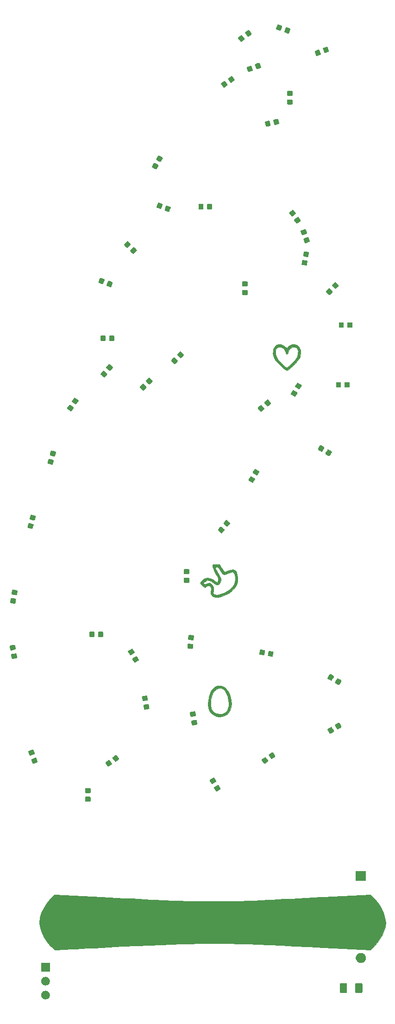
<source format=gts>
G04 #@! TF.GenerationSoftware,KiCad,Pcbnew,(5.1.5)-3*
G04 #@! TF.CreationDate,2020-02-10T18:46:58-06:00*
G04 #@! TF.ProjectId,tymkrs_Cyphercon_2020_llama,74796d6b-7273-45f4-9379-70686572636f,V0*
G04 #@! TF.SameCoordinates,Original*
G04 #@! TF.FileFunction,Soldermask,Top*
G04 #@! TF.FilePolarity,Negative*
%FSLAX46Y46*%
G04 Gerber Fmt 4.6, Leading zero omitted, Abs format (unit mm)*
G04 Created by KiCad (PCBNEW (5.1.5)-3) date 2020-02-10 18:46:58*
%MOMM*%
%LPD*%
G04 APERTURE LIST*
%ADD10C,0.010000*%
%ADD11C,0.100000*%
G04 APERTURE END LIST*
D10*
G36*
X142395399Y-76089740D02*
G01*
X142740007Y-76334929D01*
X142992357Y-76703426D01*
X143139969Y-77162715D01*
X143170363Y-77680281D01*
X143071057Y-78223609D01*
X142946822Y-78542571D01*
X142764142Y-78841828D01*
X142484206Y-79199383D01*
X142139662Y-79583585D01*
X141763160Y-79962781D01*
X141387351Y-80305320D01*
X141044883Y-80579549D01*
X140768408Y-80753818D01*
X140618225Y-80800000D01*
X140495786Y-80741058D01*
X140263985Y-80584548D01*
X139967101Y-80360939D01*
X139882053Y-80293434D01*
X139143272Y-79628328D01*
X138600719Y-78976759D01*
X138255312Y-78340122D01*
X138107965Y-77719812D01*
X138102196Y-77581509D01*
X138116984Y-77455082D01*
X138539356Y-77455082D01*
X138547799Y-77802173D01*
X138553696Y-77833367D01*
X138737858Y-78339149D01*
X139090740Y-78876731D01*
X139621645Y-79459485D01*
X139809392Y-79638062D01*
X140123186Y-79921067D01*
X140385483Y-80143688D01*
X140560358Y-80276164D01*
X140608427Y-80300000D01*
X140723158Y-80241035D01*
X140942968Y-80086481D01*
X141219115Y-79870721D01*
X141797060Y-79339153D01*
X142245250Y-78800038D01*
X142544797Y-78280113D01*
X142676689Y-77807416D01*
X142684263Y-77247141D01*
X142580413Y-76848119D01*
X142360767Y-76602665D01*
X142020952Y-76503094D01*
X141932857Y-76500000D01*
X141613720Y-76578534D01*
X141298281Y-76779656D01*
X141044118Y-77051646D01*
X140908810Y-77342783D01*
X140900000Y-77427755D01*
X140850430Y-77667724D01*
X140731641Y-77815353D01*
X140588512Y-77828959D01*
X140524815Y-77776233D01*
X140432980Y-77593048D01*
X140354495Y-77329105D01*
X140354195Y-77327703D01*
X140187026Y-76962545D01*
X139892853Y-76688319D01*
X139525017Y-76531597D01*
X139136860Y-76518951D01*
X138896822Y-76601700D01*
X138733921Y-76782862D01*
X138608082Y-77091317D01*
X138539356Y-77455082D01*
X138116984Y-77455082D01*
X138171177Y-76991773D01*
X138367736Y-76528954D01*
X138667170Y-76205563D01*
X139044776Y-76034109D01*
X139475851Y-76027104D01*
X139935692Y-76197057D01*
X140304669Y-76466115D01*
X140530726Y-76663577D01*
X140658464Y-76738745D01*
X140736183Y-76705353D01*
X140796774Y-76606027D01*
X140986795Y-76402175D01*
X141296814Y-76206641D01*
X141649348Y-76059389D01*
X141966915Y-76000382D01*
X141971016Y-76000373D01*
X142395399Y-76089740D01*
G37*
X142395399Y-76089740D02*
X142740007Y-76334929D01*
X142992357Y-76703426D01*
X143139969Y-77162715D01*
X143170363Y-77680281D01*
X143071057Y-78223609D01*
X142946822Y-78542571D01*
X142764142Y-78841828D01*
X142484206Y-79199383D01*
X142139662Y-79583585D01*
X141763160Y-79962781D01*
X141387351Y-80305320D01*
X141044883Y-80579549D01*
X140768408Y-80753818D01*
X140618225Y-80800000D01*
X140495786Y-80741058D01*
X140263985Y-80584548D01*
X139967101Y-80360939D01*
X139882053Y-80293434D01*
X139143272Y-79628328D01*
X138600719Y-78976759D01*
X138255312Y-78340122D01*
X138107965Y-77719812D01*
X138102196Y-77581509D01*
X138116984Y-77455082D01*
X138539356Y-77455082D01*
X138547799Y-77802173D01*
X138553696Y-77833367D01*
X138737858Y-78339149D01*
X139090740Y-78876731D01*
X139621645Y-79459485D01*
X139809392Y-79638062D01*
X140123186Y-79921067D01*
X140385483Y-80143688D01*
X140560358Y-80276164D01*
X140608427Y-80300000D01*
X140723158Y-80241035D01*
X140942968Y-80086481D01*
X141219115Y-79870721D01*
X141797060Y-79339153D01*
X142245250Y-78800038D01*
X142544797Y-78280113D01*
X142676689Y-77807416D01*
X142684263Y-77247141D01*
X142580413Y-76848119D01*
X142360767Y-76602665D01*
X142020952Y-76503094D01*
X141932857Y-76500000D01*
X141613720Y-76578534D01*
X141298281Y-76779656D01*
X141044118Y-77051646D01*
X140908810Y-77342783D01*
X140900000Y-77427755D01*
X140850430Y-77667724D01*
X140731641Y-77815353D01*
X140588512Y-77828959D01*
X140524815Y-77776233D01*
X140432980Y-77593048D01*
X140354495Y-77329105D01*
X140354195Y-77327703D01*
X140187026Y-76962545D01*
X139892853Y-76688319D01*
X139525017Y-76531597D01*
X139136860Y-76518951D01*
X138896822Y-76601700D01*
X138733921Y-76782862D01*
X138608082Y-77091317D01*
X138539356Y-77455082D01*
X138116984Y-77455082D01*
X138171177Y-76991773D01*
X138367736Y-76528954D01*
X138667170Y-76205563D01*
X139044776Y-76034109D01*
X139475851Y-76027104D01*
X139935692Y-76197057D01*
X140304669Y-76466115D01*
X140530726Y-76663577D01*
X140658464Y-76738745D01*
X140736183Y-76705353D01*
X140796774Y-76606027D01*
X140986795Y-76402175D01*
X141296814Y-76206641D01*
X141649348Y-76059389D01*
X141966915Y-76000382D01*
X141971016Y-76000373D01*
X142395399Y-76089740D01*
G36*
X127718778Y-116220194D02*
G01*
X128340146Y-116250000D01*
X128702385Y-116877312D01*
X128893890Y-117199842D01*
X129056124Y-117456827D01*
X129155754Y-117595595D01*
X129159250Y-117599250D01*
X129308687Y-117615649D01*
X129597758Y-117527990D01*
X129797147Y-117442176D01*
X130350682Y-117249087D01*
X130811322Y-117223343D01*
X131172076Y-117364537D01*
X131339568Y-117531750D01*
X131466307Y-117815534D01*
X131553036Y-118235695D01*
X131595691Y-118731868D01*
X131590210Y-119243685D01*
X131532530Y-119710782D01*
X131496448Y-119862684D01*
X131248441Y-120396878D01*
X130820558Y-120907070D01*
X130232768Y-121377035D01*
X129505044Y-121790550D01*
X128736874Y-122104515D01*
X128116604Y-122270960D01*
X127618594Y-122295930D01*
X127222505Y-122178184D01*
X126982048Y-121997433D01*
X126789336Y-121776286D01*
X126719251Y-121574882D01*
X126737090Y-121289490D01*
X126739486Y-121272433D01*
X126788632Y-120870072D01*
X126791747Y-120608612D01*
X126741682Y-120432770D01*
X126631285Y-120287263D01*
X126609150Y-120264705D01*
X126442419Y-120148064D01*
X126254746Y-120147416D01*
X125999772Y-120271535D01*
X125777609Y-120422116D01*
X125657319Y-120473724D01*
X125521511Y-120429531D01*
X125322492Y-120267178D01*
X125202609Y-120152547D01*
X124981337Y-119918241D01*
X124835102Y-119728429D01*
X124800000Y-119649321D01*
X124805567Y-119638640D01*
X125403326Y-119638640D01*
X125419321Y-119783498D01*
X125580490Y-119851085D01*
X125876796Y-119806146D01*
X125991336Y-119765134D01*
X126407842Y-119666257D01*
X126741278Y-119744342D01*
X127010328Y-120004171D01*
X127028004Y-120030464D01*
X127237651Y-120486873D01*
X127255624Y-120917029D01*
X127202954Y-121092868D01*
X127132234Y-121421969D01*
X127220718Y-121654697D01*
X127451326Y-121789146D01*
X127806979Y-121823409D01*
X128270596Y-121755582D01*
X128825098Y-121583757D01*
X129391003Y-121337022D01*
X130095374Y-120930158D01*
X130611921Y-120489433D01*
X130951530Y-120003643D01*
X131103097Y-119575219D01*
X131171790Y-119079282D01*
X131167624Y-118586774D01*
X131096987Y-118152875D01*
X130966269Y-117832767D01*
X130890794Y-117741669D01*
X130768020Y-117645582D01*
X130646103Y-117620407D01*
X130463692Y-117670757D01*
X130171724Y-117795769D01*
X129805849Y-117937546D01*
X129447300Y-118042799D01*
X129284989Y-118073783D01*
X129101611Y-118089059D01*
X128967588Y-118058271D01*
X128844584Y-117948750D01*
X128694264Y-117727827D01*
X128505578Y-117409550D01*
X128280210Y-117043372D01*
X128110601Y-116824991D01*
X127966346Y-116721718D01*
X127845588Y-116700000D01*
X127660849Y-116745882D01*
X127609046Y-116892874D01*
X127691752Y-117154994D01*
X127910544Y-117546259D01*
X127947207Y-117604423D01*
X128255324Y-118111187D01*
X128453108Y-118499443D01*
X128555270Y-118806773D01*
X128576525Y-119070757D01*
X128564370Y-119180818D01*
X128434463Y-119631761D01*
X128224383Y-119900092D01*
X127939933Y-119983775D01*
X127586915Y-119880774D01*
X127238470Y-119645903D01*
X126817719Y-119337354D01*
X126472474Y-119178444D01*
X126160242Y-119157331D01*
X125847001Y-119258125D01*
X125542540Y-119451765D01*
X125403326Y-119638640D01*
X124805567Y-119638640D01*
X124872221Y-119510780D01*
X125054278Y-119304657D01*
X125294257Y-119081006D01*
X125540247Y-118889880D01*
X125668425Y-118811999D01*
X126096007Y-118700601D01*
X126580538Y-118757580D01*
X127086694Y-118973868D01*
X127520216Y-119287263D01*
X127743593Y-119469757D01*
X127877772Y-119527666D01*
X127974703Y-119478102D01*
X128003063Y-119446309D01*
X128116604Y-119158267D01*
X128069485Y-118780082D01*
X127866070Y-118334599D01*
X127758537Y-118166686D01*
X127548445Y-117816732D01*
X127351471Y-117413469D01*
X127187269Y-117007783D01*
X127075491Y-116650557D01*
X127035791Y-116392678D01*
X127046487Y-116323093D01*
X127148930Y-116245649D01*
X127396759Y-116214572D01*
X127718778Y-116220194D01*
G37*
X127718778Y-116220194D02*
X128340146Y-116250000D01*
X128702385Y-116877312D01*
X128893890Y-117199842D01*
X129056124Y-117456827D01*
X129155754Y-117595595D01*
X129159250Y-117599250D01*
X129308687Y-117615649D01*
X129597758Y-117527990D01*
X129797147Y-117442176D01*
X130350682Y-117249087D01*
X130811322Y-117223343D01*
X131172076Y-117364537D01*
X131339568Y-117531750D01*
X131466307Y-117815534D01*
X131553036Y-118235695D01*
X131595691Y-118731868D01*
X131590210Y-119243685D01*
X131532530Y-119710782D01*
X131496448Y-119862684D01*
X131248441Y-120396878D01*
X130820558Y-120907070D01*
X130232768Y-121377035D01*
X129505044Y-121790550D01*
X128736874Y-122104515D01*
X128116604Y-122270960D01*
X127618594Y-122295930D01*
X127222505Y-122178184D01*
X126982048Y-121997433D01*
X126789336Y-121776286D01*
X126719251Y-121574882D01*
X126737090Y-121289490D01*
X126739486Y-121272433D01*
X126788632Y-120870072D01*
X126791747Y-120608612D01*
X126741682Y-120432770D01*
X126631285Y-120287263D01*
X126609150Y-120264705D01*
X126442419Y-120148064D01*
X126254746Y-120147416D01*
X125999772Y-120271535D01*
X125777609Y-120422116D01*
X125657319Y-120473724D01*
X125521511Y-120429531D01*
X125322492Y-120267178D01*
X125202609Y-120152547D01*
X124981337Y-119918241D01*
X124835102Y-119728429D01*
X124800000Y-119649321D01*
X124805567Y-119638640D01*
X125403326Y-119638640D01*
X125419321Y-119783498D01*
X125580490Y-119851085D01*
X125876796Y-119806146D01*
X125991336Y-119765134D01*
X126407842Y-119666257D01*
X126741278Y-119744342D01*
X127010328Y-120004171D01*
X127028004Y-120030464D01*
X127237651Y-120486873D01*
X127255624Y-120917029D01*
X127202954Y-121092868D01*
X127132234Y-121421969D01*
X127220718Y-121654697D01*
X127451326Y-121789146D01*
X127806979Y-121823409D01*
X128270596Y-121755582D01*
X128825098Y-121583757D01*
X129391003Y-121337022D01*
X130095374Y-120930158D01*
X130611921Y-120489433D01*
X130951530Y-120003643D01*
X131103097Y-119575219D01*
X131171790Y-119079282D01*
X131167624Y-118586774D01*
X131096987Y-118152875D01*
X130966269Y-117832767D01*
X130890794Y-117741669D01*
X130768020Y-117645582D01*
X130646103Y-117620407D01*
X130463692Y-117670757D01*
X130171724Y-117795769D01*
X129805849Y-117937546D01*
X129447300Y-118042799D01*
X129284989Y-118073783D01*
X129101611Y-118089059D01*
X128967588Y-118058271D01*
X128844584Y-117948750D01*
X128694264Y-117727827D01*
X128505578Y-117409550D01*
X128280210Y-117043372D01*
X128110601Y-116824991D01*
X127966346Y-116721718D01*
X127845588Y-116700000D01*
X127660849Y-116745882D01*
X127609046Y-116892874D01*
X127691752Y-117154994D01*
X127910544Y-117546259D01*
X127947207Y-117604423D01*
X128255324Y-118111187D01*
X128453108Y-118499443D01*
X128555270Y-118806773D01*
X128576525Y-119070757D01*
X128564370Y-119180818D01*
X128434463Y-119631761D01*
X128224383Y-119900092D01*
X127939933Y-119983775D01*
X127586915Y-119880774D01*
X127238470Y-119645903D01*
X126817719Y-119337354D01*
X126472474Y-119178444D01*
X126160242Y-119157331D01*
X125847001Y-119258125D01*
X125542540Y-119451765D01*
X125403326Y-119638640D01*
X124805567Y-119638640D01*
X124872221Y-119510780D01*
X125054278Y-119304657D01*
X125294257Y-119081006D01*
X125540247Y-118889880D01*
X125668425Y-118811999D01*
X126096007Y-118700601D01*
X126580538Y-118757580D01*
X127086694Y-118973868D01*
X127520216Y-119287263D01*
X127743593Y-119469757D01*
X127877772Y-119527666D01*
X127974703Y-119478102D01*
X128003063Y-119446309D01*
X128116604Y-119158267D01*
X128069485Y-118780082D01*
X127866070Y-118334599D01*
X127758537Y-118166686D01*
X127548445Y-117816732D01*
X127351471Y-117413469D01*
X127187269Y-117007783D01*
X127075491Y-116650557D01*
X127035791Y-116392678D01*
X127046487Y-116323093D01*
X127148930Y-116245649D01*
X127396759Y-116214572D01*
X127718778Y-116220194D01*
G36*
X128906867Y-138522420D02*
G01*
X129369438Y-138803651D01*
X129773491Y-139248309D01*
X129988784Y-139616020D01*
X130261743Y-140304895D01*
X130433854Y-141023847D01*
X130500315Y-141724560D01*
X130456320Y-142358724D01*
X130310413Y-142850000D01*
X129960297Y-143385861D01*
X129488858Y-143780196D01*
X128927781Y-144020272D01*
X128308751Y-144093361D01*
X127663452Y-143986734D01*
X127563726Y-143953518D01*
X127117681Y-143715503D01*
X126713315Y-143361862D01*
X126450751Y-142998682D01*
X126293696Y-142523560D01*
X126234395Y-141929283D01*
X126251285Y-141570347D01*
X126711609Y-141570347D01*
X126712561Y-142107848D01*
X126769468Y-142543887D01*
X126795149Y-142635303D01*
X127026726Y-143040411D01*
X127395203Y-143349049D01*
X127855843Y-143548451D01*
X128363902Y-143625850D01*
X128874641Y-143568479D01*
X129343320Y-143363571D01*
X129344528Y-143362780D01*
X129678550Y-143065929D01*
X129894813Y-142676833D01*
X130000649Y-142170556D01*
X130003393Y-141522158D01*
X129976780Y-141212815D01*
X129841042Y-140471307D01*
X129616629Y-139860415D01*
X129321729Y-139387254D01*
X128974534Y-139058936D01*
X128593234Y-138882576D01*
X128196019Y-138865287D01*
X127801079Y-139014183D01*
X127426605Y-139336377D01*
X127090786Y-139838982D01*
X126991641Y-140045438D01*
X126856432Y-140469504D01*
X126761327Y-141001020D01*
X126711609Y-141570347D01*
X126251285Y-141570347D01*
X126265566Y-141266892D01*
X126379927Y-140587431D01*
X126570195Y-139941941D01*
X126829090Y-139381466D01*
X127004068Y-139120250D01*
X127434379Y-138703532D01*
X127912704Y-138467937D01*
X128412412Y-138409040D01*
X128906867Y-138522420D01*
G37*
X128906867Y-138522420D02*
X129369438Y-138803651D01*
X129773491Y-139248309D01*
X129988784Y-139616020D01*
X130261743Y-140304895D01*
X130433854Y-141023847D01*
X130500315Y-141724560D01*
X130456320Y-142358724D01*
X130310413Y-142850000D01*
X129960297Y-143385861D01*
X129488858Y-143780196D01*
X128927781Y-144020272D01*
X128308751Y-144093361D01*
X127663452Y-143986734D01*
X127563726Y-143953518D01*
X127117681Y-143715503D01*
X126713315Y-143361862D01*
X126450751Y-142998682D01*
X126293696Y-142523560D01*
X126234395Y-141929283D01*
X126251285Y-141570347D01*
X126711609Y-141570347D01*
X126712561Y-142107848D01*
X126769468Y-142543887D01*
X126795149Y-142635303D01*
X127026726Y-143040411D01*
X127395203Y-143349049D01*
X127855843Y-143548451D01*
X128363902Y-143625850D01*
X128874641Y-143568479D01*
X129343320Y-143363571D01*
X129344528Y-143362780D01*
X129678550Y-143065929D01*
X129894813Y-142676833D01*
X130000649Y-142170556D01*
X130003393Y-141522158D01*
X129976780Y-141212815D01*
X129841042Y-140471307D01*
X129616629Y-139860415D01*
X129321729Y-139387254D01*
X128974534Y-139058936D01*
X128593234Y-138882576D01*
X128196019Y-138865287D01*
X127801079Y-139014183D01*
X127426605Y-139336377D01*
X127090786Y-139838982D01*
X126991641Y-140045438D01*
X126856432Y-140469504D01*
X126761327Y-141001020D01*
X126711609Y-141570347D01*
X126251285Y-141570347D01*
X126265566Y-141266892D01*
X126379927Y-140587431D01*
X126570195Y-139941941D01*
X126829090Y-139381466D01*
X127004068Y-139120250D01*
X127434379Y-138703532D01*
X127912704Y-138467937D01*
X128412412Y-138409040D01*
X128906867Y-138522420D01*
G36*
X106750000Y-177042815D02*
G01*
X108133435Y-177115609D01*
X109524670Y-177188749D01*
X110901489Y-177261072D01*
X112241679Y-177331412D01*
X113523023Y-177398606D01*
X114723307Y-177461489D01*
X115820317Y-177518898D01*
X116791837Y-177569668D01*
X117615652Y-177612634D01*
X118269547Y-177646633D01*
X118450000Y-177655984D01*
X119619331Y-177706885D01*
X120954387Y-177748303D01*
X122421117Y-177780236D01*
X123985471Y-177802685D01*
X125613398Y-177815650D01*
X127270849Y-177819131D01*
X128923773Y-177813128D01*
X130538118Y-177797641D01*
X132079836Y-177772670D01*
X133514876Y-177738215D01*
X134809187Y-177694276D01*
X135650000Y-177655984D01*
X136240765Y-177625323D01*
X137009039Y-177585314D01*
X137932607Y-177537120D01*
X138989253Y-177481903D01*
X140156763Y-177420826D01*
X141412920Y-177355052D01*
X142735511Y-177285744D01*
X144102321Y-177214064D01*
X145491133Y-177141177D01*
X146879734Y-177068244D01*
X147350000Y-177043531D01*
X155950000Y-176591520D01*
X156518085Y-177191064D01*
X157279653Y-178090326D01*
X157883695Y-179007672D01*
X158324722Y-179927251D01*
X158597245Y-180833210D01*
X158695777Y-181709698D01*
X158614827Y-182540864D01*
X158506018Y-182932507D01*
X158021063Y-184068461D01*
X157388798Y-185103278D01*
X156702109Y-185928433D01*
X155950000Y-186706867D01*
X147350000Y-186255955D01*
X144587497Y-186113792D01*
X142017333Y-185987145D01*
X139632470Y-185875752D01*
X137425871Y-185779350D01*
X135390497Y-185697677D01*
X133519310Y-185630472D01*
X131805274Y-185577472D01*
X130241350Y-185538416D01*
X128820500Y-185513040D01*
X127535687Y-185501084D01*
X127049999Y-185500000D01*
X125826186Y-185506510D01*
X124469242Y-185526217D01*
X122972140Y-185559380D01*
X121327851Y-185606261D01*
X119529348Y-185667120D01*
X117569603Y-185742219D01*
X115441587Y-185831817D01*
X113138274Y-185936176D01*
X110652635Y-186055556D01*
X107977642Y-186190219D01*
X106774462Y-186252521D01*
X105483984Y-186319840D01*
X104251669Y-186384087D01*
X103092018Y-186444509D01*
X102019533Y-186500351D01*
X101048714Y-186550860D01*
X100194062Y-186595282D01*
X99470079Y-186632863D01*
X98891264Y-186662849D01*
X98472120Y-186684488D01*
X98227146Y-186697024D01*
X98166362Y-186700000D01*
X98087823Y-186632793D01*
X97902002Y-186451553D01*
X97639786Y-186186846D01*
X97433825Y-185975000D01*
X96778273Y-185204059D01*
X96230840Y-184373129D01*
X95808342Y-183517523D01*
X95527599Y-182672557D01*
X95405427Y-181873545D01*
X95401500Y-181707484D01*
X95497296Y-180836784D01*
X95774056Y-179928361D01*
X96221622Y-179003424D01*
X96829837Y-178083179D01*
X97542474Y-177237630D01*
X98150000Y-176590089D01*
X106750000Y-177042815D01*
G37*
X106750000Y-177042815D02*
X108133435Y-177115609D01*
X109524670Y-177188749D01*
X110901489Y-177261072D01*
X112241679Y-177331412D01*
X113523023Y-177398606D01*
X114723307Y-177461489D01*
X115820317Y-177518898D01*
X116791837Y-177569668D01*
X117615652Y-177612634D01*
X118269547Y-177646633D01*
X118450000Y-177655984D01*
X119619331Y-177706885D01*
X120954387Y-177748303D01*
X122421117Y-177780236D01*
X123985471Y-177802685D01*
X125613398Y-177815650D01*
X127270849Y-177819131D01*
X128923773Y-177813128D01*
X130538118Y-177797641D01*
X132079836Y-177772670D01*
X133514876Y-177738215D01*
X134809187Y-177694276D01*
X135650000Y-177655984D01*
X136240765Y-177625323D01*
X137009039Y-177585314D01*
X137932607Y-177537120D01*
X138989253Y-177481903D01*
X140156763Y-177420826D01*
X141412920Y-177355052D01*
X142735511Y-177285744D01*
X144102321Y-177214064D01*
X145491133Y-177141177D01*
X146879734Y-177068244D01*
X147350000Y-177043531D01*
X155950000Y-176591520D01*
X156518085Y-177191064D01*
X157279653Y-178090326D01*
X157883695Y-179007672D01*
X158324722Y-179927251D01*
X158597245Y-180833210D01*
X158695777Y-181709698D01*
X158614827Y-182540864D01*
X158506018Y-182932507D01*
X158021063Y-184068461D01*
X157388798Y-185103278D01*
X156702109Y-185928433D01*
X155950000Y-186706867D01*
X147350000Y-186255955D01*
X144587497Y-186113792D01*
X142017333Y-185987145D01*
X139632470Y-185875752D01*
X137425871Y-185779350D01*
X135390497Y-185697677D01*
X133519310Y-185630472D01*
X131805274Y-185577472D01*
X130241350Y-185538416D01*
X128820500Y-185513040D01*
X127535687Y-185501084D01*
X127049999Y-185500000D01*
X125826186Y-185506510D01*
X124469242Y-185526217D01*
X122972140Y-185559380D01*
X121327851Y-185606261D01*
X119529348Y-185667120D01*
X117569603Y-185742219D01*
X115441587Y-185831817D01*
X113138274Y-185936176D01*
X110652635Y-186055556D01*
X107977642Y-186190219D01*
X106774462Y-186252521D01*
X105483984Y-186319840D01*
X104251669Y-186384087D01*
X103092018Y-186444509D01*
X102019533Y-186500351D01*
X101048714Y-186550860D01*
X100194062Y-186595282D01*
X99470079Y-186632863D01*
X98891264Y-186662849D01*
X98472120Y-186684488D01*
X98227146Y-186697024D01*
X98166362Y-186700000D01*
X98087823Y-186632793D01*
X97902002Y-186451553D01*
X97639786Y-186186846D01*
X97433825Y-185975000D01*
X96778273Y-185204059D01*
X96230840Y-184373129D01*
X95808342Y-183517523D01*
X95527599Y-182672557D01*
X95405427Y-181873545D01*
X95401500Y-181707484D01*
X95497296Y-180836784D01*
X95774056Y-179928361D01*
X96221622Y-179003424D01*
X96829837Y-178083179D01*
X97542474Y-177237630D01*
X98150000Y-176590089D01*
X106750000Y-177042815D01*
D11*
G36*
X96749676Y-194187859D02*
G01*
X96892973Y-194247214D01*
X97021938Y-194333386D01*
X97131614Y-194443062D01*
X97217786Y-194572027D01*
X97277141Y-194715324D01*
X97307400Y-194867447D01*
X97307400Y-195022553D01*
X97277141Y-195174676D01*
X97217786Y-195317973D01*
X97131614Y-195446938D01*
X97021938Y-195556614D01*
X96892973Y-195642786D01*
X96749676Y-195702141D01*
X96597553Y-195732400D01*
X96442447Y-195732400D01*
X96290324Y-195702141D01*
X96147027Y-195642786D01*
X96018062Y-195556614D01*
X95908386Y-195446938D01*
X95822214Y-195317973D01*
X95762859Y-195174676D01*
X95732600Y-195022553D01*
X95732600Y-194867447D01*
X95762859Y-194715324D01*
X95822214Y-194572027D01*
X95908386Y-194443062D01*
X96018062Y-194333386D01*
X96147027Y-194247214D01*
X96290324Y-194187859D01*
X96442447Y-194157600D01*
X96597553Y-194157600D01*
X96749676Y-194187859D01*
G37*
G36*
X154301245Y-192778751D02*
G01*
X154335866Y-192789253D01*
X154367774Y-192806308D01*
X154395741Y-192829259D01*
X154418692Y-192857226D01*
X154435747Y-192889134D01*
X154446249Y-192923755D01*
X154450400Y-192965901D01*
X154450400Y-194384099D01*
X154446249Y-194426245D01*
X154435747Y-194460866D01*
X154418692Y-194492774D01*
X154395741Y-194520741D01*
X154367774Y-194543692D01*
X154335866Y-194560747D01*
X154301245Y-194571249D01*
X154259099Y-194575400D01*
X153340901Y-194575400D01*
X153298755Y-194571249D01*
X153264134Y-194560747D01*
X153232226Y-194543692D01*
X153204259Y-194520741D01*
X153181308Y-194492774D01*
X153164253Y-194460866D01*
X153153751Y-194426245D01*
X153149600Y-194384099D01*
X153149600Y-192965901D01*
X153153751Y-192923755D01*
X153164253Y-192889134D01*
X153181308Y-192857226D01*
X153204259Y-192829259D01*
X153232226Y-192806308D01*
X153264134Y-192789253D01*
X153298755Y-192778751D01*
X153340901Y-192774600D01*
X154259099Y-192774600D01*
X154301245Y-192778751D01*
G37*
G36*
X151501245Y-192778751D02*
G01*
X151535866Y-192789253D01*
X151567774Y-192806308D01*
X151595741Y-192829259D01*
X151618692Y-192857226D01*
X151635747Y-192889134D01*
X151646249Y-192923755D01*
X151650400Y-192965901D01*
X151650400Y-194384099D01*
X151646249Y-194426245D01*
X151635747Y-194460866D01*
X151618692Y-194492774D01*
X151595741Y-194520741D01*
X151567774Y-194543692D01*
X151535866Y-194560747D01*
X151501245Y-194571249D01*
X151459099Y-194575400D01*
X150540901Y-194575400D01*
X150498755Y-194571249D01*
X150464134Y-194560747D01*
X150432226Y-194543692D01*
X150404259Y-194520741D01*
X150381308Y-194492774D01*
X150364253Y-194460866D01*
X150353751Y-194426245D01*
X150349600Y-194384099D01*
X150349600Y-192965901D01*
X150353751Y-192923755D01*
X150364253Y-192889134D01*
X150381308Y-192857226D01*
X150404259Y-192829259D01*
X150432226Y-192806308D01*
X150464134Y-192789253D01*
X150498755Y-192778751D01*
X150540901Y-192774600D01*
X151459099Y-192774600D01*
X151501245Y-192778751D01*
G37*
G36*
X96749676Y-191647859D02*
G01*
X96892973Y-191707214D01*
X97021938Y-191793386D01*
X97131614Y-191903062D01*
X97217786Y-192032027D01*
X97277141Y-192175324D01*
X97307400Y-192327447D01*
X97307400Y-192482553D01*
X97277141Y-192634676D01*
X97217786Y-192777973D01*
X97131614Y-192906938D01*
X97021938Y-193016614D01*
X96892973Y-193102786D01*
X96749676Y-193162141D01*
X96597553Y-193192400D01*
X96442447Y-193192400D01*
X96290324Y-193162141D01*
X96147027Y-193102786D01*
X96018062Y-193016614D01*
X95908386Y-192906938D01*
X95822214Y-192777973D01*
X95762859Y-192634676D01*
X95732600Y-192482553D01*
X95732600Y-192327447D01*
X95762859Y-192175324D01*
X95822214Y-192032027D01*
X95908386Y-191903062D01*
X96018062Y-191793386D01*
X96147027Y-191707214D01*
X96290324Y-191647859D01*
X96442447Y-191617600D01*
X96597553Y-191617600D01*
X96749676Y-191647859D01*
G37*
G36*
X97307400Y-190652400D02*
G01*
X95732600Y-190652400D01*
X95732600Y-189077600D01*
X97307400Y-189077600D01*
X97307400Y-190652400D01*
G37*
G36*
X154444721Y-187283940D02*
G01*
X154542201Y-187324318D01*
X154611130Y-187352869D01*
X154611131Y-187352870D01*
X154760896Y-187452939D01*
X154888261Y-187580304D01*
X154955125Y-187680374D01*
X154988331Y-187730070D01*
X155016882Y-187798999D01*
X155057260Y-187896479D01*
X155092400Y-188073139D01*
X155092400Y-188253261D01*
X155057260Y-188429921D01*
X155016882Y-188527401D01*
X154988331Y-188596330D01*
X154988330Y-188596331D01*
X154888261Y-188746096D01*
X154760896Y-188873461D01*
X154660826Y-188940325D01*
X154611130Y-188973531D01*
X154542201Y-189002082D01*
X154444721Y-189042460D01*
X154268061Y-189077600D01*
X154087939Y-189077600D01*
X153911279Y-189042460D01*
X153813799Y-189002082D01*
X153744870Y-188973531D01*
X153695174Y-188940325D01*
X153595104Y-188873461D01*
X153467739Y-188746096D01*
X153367670Y-188596331D01*
X153367669Y-188596330D01*
X153339118Y-188527401D01*
X153298740Y-188429921D01*
X153263600Y-188253261D01*
X153263600Y-188073139D01*
X153298740Y-187896479D01*
X153339118Y-187798999D01*
X153367669Y-187730070D01*
X153400875Y-187680374D01*
X153467739Y-187580304D01*
X153595104Y-187452939D01*
X153744869Y-187352870D01*
X153744870Y-187352869D01*
X153813799Y-187324318D01*
X153911279Y-187283940D01*
X154087939Y-187248800D01*
X154268061Y-187248800D01*
X154444721Y-187283940D01*
G37*
G36*
X155092400Y-174091600D02*
G01*
X153263600Y-174091600D01*
X153263600Y-172262800D01*
X155092400Y-172262800D01*
X155092400Y-174091600D01*
G37*
G36*
X104631292Y-158697439D02*
G01*
X104662872Y-158707019D01*
X104691978Y-158722577D01*
X104717488Y-158743512D01*
X104738423Y-158769022D01*
X104753981Y-158798128D01*
X104763561Y-158829708D01*
X104767400Y-158868690D01*
X104767400Y-159444310D01*
X104763561Y-159483292D01*
X104753981Y-159514872D01*
X104738423Y-159543978D01*
X104717488Y-159569488D01*
X104691978Y-159590423D01*
X104662872Y-159605981D01*
X104631292Y-159615561D01*
X104592310Y-159619400D01*
X103941690Y-159619400D01*
X103902708Y-159615561D01*
X103871128Y-159605981D01*
X103842022Y-159590423D01*
X103816512Y-159569488D01*
X103795577Y-159543978D01*
X103780019Y-159514872D01*
X103770439Y-159483292D01*
X103766600Y-159444310D01*
X103766600Y-158868690D01*
X103770439Y-158829708D01*
X103780019Y-158798128D01*
X103795577Y-158769022D01*
X103816512Y-158743512D01*
X103842022Y-158722577D01*
X103871128Y-158707019D01*
X103902708Y-158697439D01*
X103941690Y-158693600D01*
X104592310Y-158693600D01*
X104631292Y-158697439D01*
G37*
G36*
X104631292Y-157122439D02*
G01*
X104662872Y-157132019D01*
X104691978Y-157147577D01*
X104717488Y-157168512D01*
X104738423Y-157194022D01*
X104753981Y-157223128D01*
X104763561Y-157254708D01*
X104767400Y-157293690D01*
X104767400Y-157869310D01*
X104763561Y-157908292D01*
X104753981Y-157939872D01*
X104738423Y-157968978D01*
X104717488Y-157994488D01*
X104691978Y-158015423D01*
X104662872Y-158030981D01*
X104631292Y-158040561D01*
X104592310Y-158044400D01*
X103941690Y-158044400D01*
X103902708Y-158040561D01*
X103871128Y-158030981D01*
X103842022Y-158015423D01*
X103816512Y-157994488D01*
X103795577Y-157968978D01*
X103780019Y-157939872D01*
X103770439Y-157908292D01*
X103766600Y-157869310D01*
X103766600Y-157293690D01*
X103770439Y-157254708D01*
X103780019Y-157223128D01*
X103795577Y-157194022D01*
X103816512Y-157168512D01*
X103842022Y-157147577D01*
X103871128Y-157132019D01*
X103902708Y-157122439D01*
X103941690Y-157118600D01*
X104592310Y-157118600D01*
X104631292Y-157122439D01*
G37*
G36*
X128113639Y-156577097D02*
G01*
X128144526Y-156588722D01*
X128172549Y-156606148D01*
X128196639Y-156628711D01*
X128219454Y-156660549D01*
X128247629Y-156709350D01*
X128247635Y-156709358D01*
X128479085Y-157110242D01*
X128479090Y-157110252D01*
X128507263Y-157159050D01*
X128523429Y-157194728D01*
X128530924Y-157226872D01*
X128532004Y-157259855D01*
X128526629Y-157292413D01*
X128515004Y-157323300D01*
X128497578Y-157351323D01*
X128475015Y-157375413D01*
X128443177Y-157398228D01*
X128394376Y-157426403D01*
X128394368Y-157426409D01*
X127928532Y-157695359D01*
X127928522Y-157695364D01*
X127879724Y-157723537D01*
X127844046Y-157739703D01*
X127811902Y-157747198D01*
X127778919Y-157748278D01*
X127746361Y-157742903D01*
X127715474Y-157731278D01*
X127687451Y-157713852D01*
X127663361Y-157691289D01*
X127640546Y-157659451D01*
X127612371Y-157610650D01*
X127612365Y-157610642D01*
X127380915Y-157209758D01*
X127380910Y-157209748D01*
X127352737Y-157160950D01*
X127336571Y-157125272D01*
X127329076Y-157093128D01*
X127327996Y-157060145D01*
X127333371Y-157027587D01*
X127344996Y-156996700D01*
X127362422Y-156968677D01*
X127384985Y-156944587D01*
X127416823Y-156921772D01*
X127465624Y-156893597D01*
X127465632Y-156893591D01*
X127931468Y-156624641D01*
X127931478Y-156624636D01*
X127980276Y-156596463D01*
X128015954Y-156580297D01*
X128048098Y-156572802D01*
X128081081Y-156571722D01*
X128113639Y-156577097D01*
G37*
G36*
X127326139Y-155213105D02*
G01*
X127357026Y-155224730D01*
X127385049Y-155242156D01*
X127409139Y-155264719D01*
X127431954Y-155296557D01*
X127460129Y-155345358D01*
X127460135Y-155345366D01*
X127691585Y-155746250D01*
X127691590Y-155746260D01*
X127719763Y-155795058D01*
X127735929Y-155830736D01*
X127743424Y-155862880D01*
X127744504Y-155895863D01*
X127739129Y-155928421D01*
X127727504Y-155959308D01*
X127710078Y-155987331D01*
X127687515Y-156011421D01*
X127655677Y-156034236D01*
X127606876Y-156062411D01*
X127606868Y-156062417D01*
X127141032Y-156331367D01*
X127141022Y-156331372D01*
X127092224Y-156359545D01*
X127056546Y-156375711D01*
X127024402Y-156383206D01*
X126991419Y-156384286D01*
X126958861Y-156378911D01*
X126927974Y-156367286D01*
X126899951Y-156349860D01*
X126875861Y-156327297D01*
X126853046Y-156295459D01*
X126824871Y-156246658D01*
X126824865Y-156246650D01*
X126593415Y-155845766D01*
X126593410Y-155845756D01*
X126565237Y-155796958D01*
X126549071Y-155761280D01*
X126541576Y-155729136D01*
X126540496Y-155696153D01*
X126545871Y-155663595D01*
X126557496Y-155632708D01*
X126574922Y-155604685D01*
X126597485Y-155580595D01*
X126629323Y-155557780D01*
X126678124Y-155529605D01*
X126678132Y-155529599D01*
X127143968Y-155260649D01*
X127143978Y-155260644D01*
X127192776Y-155232471D01*
X127228454Y-155216305D01*
X127260598Y-155208810D01*
X127293581Y-155207730D01*
X127326139Y-155213105D01*
G37*
G36*
X108146828Y-151991794D02*
G01*
X108178613Y-152000683D01*
X108208046Y-152015599D01*
X108234008Y-152035974D01*
X108259515Y-152065708D01*
X108632694Y-152598662D01*
X108651906Y-152632793D01*
X108662174Y-152664162D01*
X108666124Y-152696922D01*
X108663606Y-152729830D01*
X108654717Y-152761615D01*
X108639801Y-152791048D01*
X108619426Y-152817010D01*
X108589692Y-152842517D01*
X108118174Y-153172678D01*
X108084043Y-153191890D01*
X108052674Y-153202158D01*
X108019913Y-153206108D01*
X107987006Y-153203590D01*
X107955221Y-153194701D01*
X107925788Y-153179785D01*
X107899826Y-153159410D01*
X107874319Y-153129676D01*
X107501140Y-152596722D01*
X107481928Y-152562591D01*
X107471660Y-152531222D01*
X107467710Y-152498462D01*
X107470228Y-152465554D01*
X107479117Y-152433769D01*
X107494033Y-152404336D01*
X107514408Y-152378374D01*
X107544142Y-152352867D01*
X108015660Y-152022706D01*
X108049791Y-152003494D01*
X108081160Y-151993226D01*
X108113921Y-151989276D01*
X108146828Y-151991794D01*
G37*
G36*
X136721828Y-151483794D02*
G01*
X136753613Y-151492683D01*
X136783046Y-151507599D01*
X136809008Y-151527974D01*
X136834515Y-151557708D01*
X137207694Y-152090662D01*
X137226906Y-152124793D01*
X137237174Y-152156162D01*
X137241124Y-152188922D01*
X137238606Y-152221830D01*
X137229717Y-152253615D01*
X137214801Y-152283048D01*
X137194426Y-152309010D01*
X137164692Y-152334517D01*
X136693174Y-152664678D01*
X136659043Y-152683890D01*
X136627674Y-152694158D01*
X136594913Y-152698108D01*
X136562006Y-152695590D01*
X136530221Y-152686701D01*
X136500788Y-152671785D01*
X136474826Y-152651410D01*
X136449319Y-152621676D01*
X136076140Y-152088722D01*
X136056928Y-152054591D01*
X136046660Y-152023222D01*
X136042710Y-151990462D01*
X136045228Y-151957554D01*
X136054117Y-151925769D01*
X136069033Y-151896336D01*
X136089408Y-151870374D01*
X136119142Y-151844867D01*
X136590660Y-151514706D01*
X136624791Y-151495494D01*
X136656160Y-151485226D01*
X136688921Y-151481276D01*
X136721828Y-151483794D01*
G37*
G36*
X94754276Y-151570903D02*
G01*
X94785412Y-151581852D01*
X94813811Y-151598663D01*
X94838381Y-151620690D01*
X94858185Y-151647091D01*
X94875126Y-151682409D01*
X94894401Y-151735368D01*
X94894403Y-151735371D01*
X94996796Y-152016693D01*
X95071999Y-152223312D01*
X95081725Y-152261262D01*
X95083524Y-152294213D01*
X95078860Y-152326879D01*
X95067910Y-152358016D01*
X95051100Y-152386415D01*
X95029074Y-152410984D01*
X95002670Y-152430790D01*
X94967357Y-152447729D01*
X94914395Y-152467005D01*
X94914392Y-152467007D01*
X94431158Y-152642889D01*
X94355973Y-152670254D01*
X94318023Y-152679980D01*
X94285073Y-152681779D01*
X94252406Y-152677115D01*
X94221270Y-152666166D01*
X94192871Y-152649355D01*
X94168301Y-152627328D01*
X94148497Y-152600927D01*
X94131556Y-152565609D01*
X94096737Y-152469944D01*
X93982529Y-152156162D01*
X93934683Y-152024706D01*
X93924957Y-151986756D01*
X93923158Y-151953805D01*
X93927822Y-151921139D01*
X93938772Y-151890002D01*
X93955582Y-151861603D01*
X93977608Y-151837034D01*
X94004012Y-151817228D01*
X94039325Y-151800289D01*
X94092287Y-151781013D01*
X94092290Y-151781011D01*
X94597751Y-151597039D01*
X94597752Y-151597039D01*
X94650709Y-151577764D01*
X94688659Y-151568038D01*
X94721609Y-151566239D01*
X94754276Y-151570903D01*
G37*
G36*
X109436994Y-151088410D02*
G01*
X109468779Y-151097299D01*
X109498212Y-151112215D01*
X109524174Y-151132590D01*
X109549681Y-151162324D01*
X109922860Y-151695278D01*
X109942072Y-151729409D01*
X109952340Y-151760778D01*
X109956290Y-151793538D01*
X109953772Y-151826446D01*
X109944883Y-151858231D01*
X109929967Y-151887664D01*
X109909592Y-151913626D01*
X109879858Y-151939133D01*
X109408340Y-152269294D01*
X109374209Y-152288506D01*
X109342840Y-152298774D01*
X109310079Y-152302724D01*
X109277172Y-152300206D01*
X109245387Y-152291317D01*
X109215954Y-152276401D01*
X109189992Y-152256026D01*
X109164485Y-152226292D01*
X108791306Y-151693338D01*
X108772094Y-151659207D01*
X108761826Y-151627838D01*
X108757876Y-151595078D01*
X108760394Y-151562170D01*
X108769283Y-151530385D01*
X108784199Y-151500952D01*
X108804574Y-151474990D01*
X108834308Y-151449483D01*
X109305826Y-151119322D01*
X109339957Y-151100110D01*
X109371326Y-151089842D01*
X109404087Y-151085892D01*
X109436994Y-151088410D01*
G37*
G36*
X138011994Y-150580410D02*
G01*
X138043779Y-150589299D01*
X138073212Y-150604215D01*
X138099174Y-150624590D01*
X138124681Y-150654324D01*
X138497860Y-151187278D01*
X138517072Y-151221409D01*
X138527340Y-151252778D01*
X138531290Y-151285538D01*
X138528772Y-151318446D01*
X138519883Y-151350231D01*
X138504967Y-151379664D01*
X138484592Y-151405626D01*
X138454858Y-151431133D01*
X137983340Y-151761294D01*
X137949209Y-151780506D01*
X137917840Y-151790774D01*
X137885079Y-151794724D01*
X137852172Y-151792206D01*
X137820387Y-151783317D01*
X137790954Y-151768401D01*
X137764992Y-151748026D01*
X137739485Y-151718292D01*
X137366306Y-151185338D01*
X137347094Y-151151207D01*
X137336826Y-151119838D01*
X137332876Y-151087078D01*
X137335394Y-151054170D01*
X137344283Y-151022385D01*
X137359199Y-150992952D01*
X137379574Y-150966990D01*
X137409308Y-150941483D01*
X137880826Y-150611322D01*
X137914957Y-150592110D01*
X137946326Y-150581842D01*
X137979087Y-150577892D01*
X138011994Y-150580410D01*
G37*
G36*
X94215594Y-150090885D02*
G01*
X94246730Y-150101834D01*
X94275129Y-150118645D01*
X94299699Y-150140672D01*
X94319503Y-150167073D01*
X94336444Y-150202391D01*
X94355719Y-150255350D01*
X94355721Y-150255353D01*
X94447818Y-150508389D01*
X94533317Y-150743294D01*
X94543043Y-150781244D01*
X94544842Y-150814195D01*
X94540178Y-150846861D01*
X94529228Y-150877998D01*
X94512418Y-150906397D01*
X94490392Y-150930966D01*
X94463988Y-150950772D01*
X94428675Y-150967711D01*
X94375713Y-150986987D01*
X94375710Y-150986989D01*
X93893979Y-151162324D01*
X93817291Y-151190236D01*
X93779341Y-151199962D01*
X93746391Y-151201761D01*
X93713724Y-151197097D01*
X93682588Y-151186148D01*
X93654189Y-151169337D01*
X93629619Y-151147310D01*
X93609815Y-151120909D01*
X93592874Y-151085591D01*
X93569869Y-151022385D01*
X93432020Y-150643650D01*
X93396001Y-150544688D01*
X93386275Y-150506738D01*
X93384476Y-150473787D01*
X93389140Y-150441121D01*
X93400090Y-150409984D01*
X93416900Y-150381585D01*
X93438926Y-150357016D01*
X93465330Y-150337210D01*
X93500643Y-150320271D01*
X93553605Y-150300995D01*
X93553608Y-150300993D01*
X94059069Y-150117021D01*
X94059070Y-150117021D01*
X94112027Y-150097746D01*
X94149977Y-150088020D01*
X94182927Y-150086221D01*
X94215594Y-150090885D01*
G37*
G36*
X148802417Y-145974121D02*
G01*
X148833304Y-145985746D01*
X148861327Y-146003172D01*
X148885417Y-146025735D01*
X148908232Y-146057573D01*
X148936407Y-146106374D01*
X148936413Y-146106382D01*
X149205363Y-146572218D01*
X149205368Y-146572228D01*
X149233541Y-146621026D01*
X149249707Y-146656704D01*
X149257202Y-146688848D01*
X149258282Y-146721831D01*
X149252907Y-146754389D01*
X149241282Y-146785276D01*
X149223856Y-146813299D01*
X149201293Y-146837389D01*
X149169455Y-146860204D01*
X149120654Y-146888379D01*
X149120646Y-146888385D01*
X148719762Y-147119835D01*
X148719752Y-147119840D01*
X148670954Y-147148013D01*
X148635276Y-147164179D01*
X148603132Y-147171674D01*
X148570149Y-147172754D01*
X148537591Y-147167379D01*
X148506704Y-147155754D01*
X148478681Y-147138328D01*
X148454591Y-147115765D01*
X148431776Y-147083927D01*
X148403601Y-147035126D01*
X148403595Y-147035118D01*
X148134645Y-146569282D01*
X148134640Y-146569272D01*
X148106467Y-146520474D01*
X148090301Y-146484796D01*
X148082806Y-146452652D01*
X148081726Y-146419669D01*
X148087101Y-146387111D01*
X148098726Y-146356224D01*
X148116152Y-146328201D01*
X148138715Y-146304111D01*
X148170553Y-146281296D01*
X148219354Y-146253121D01*
X148219362Y-146253115D01*
X148620246Y-146021665D01*
X148620256Y-146021660D01*
X148669054Y-145993487D01*
X148704732Y-145977321D01*
X148736876Y-145969826D01*
X148769859Y-145968746D01*
X148802417Y-145974121D01*
G37*
G36*
X150166409Y-145186621D02*
G01*
X150197296Y-145198246D01*
X150225319Y-145215672D01*
X150249409Y-145238235D01*
X150272224Y-145270073D01*
X150300399Y-145318874D01*
X150300405Y-145318882D01*
X150569355Y-145784718D01*
X150569360Y-145784728D01*
X150597533Y-145833526D01*
X150613699Y-145869204D01*
X150621194Y-145901348D01*
X150622274Y-145934331D01*
X150616899Y-145966889D01*
X150605274Y-145997776D01*
X150587848Y-146025799D01*
X150565285Y-146049889D01*
X150533447Y-146072704D01*
X150484646Y-146100879D01*
X150484638Y-146100885D01*
X150083754Y-146332335D01*
X150083744Y-146332340D01*
X150034946Y-146360513D01*
X149999268Y-146376679D01*
X149967124Y-146384174D01*
X149934141Y-146385254D01*
X149901583Y-146379879D01*
X149870696Y-146368254D01*
X149842673Y-146350828D01*
X149818583Y-146328265D01*
X149795768Y-146296427D01*
X149767593Y-146247626D01*
X149767587Y-146247618D01*
X149498637Y-145781782D01*
X149498632Y-145781772D01*
X149470459Y-145732974D01*
X149454293Y-145697296D01*
X149446798Y-145665152D01*
X149445718Y-145632169D01*
X149451093Y-145599611D01*
X149462718Y-145568724D01*
X149480144Y-145540701D01*
X149502707Y-145516611D01*
X149534545Y-145493796D01*
X149583346Y-145465621D01*
X149583354Y-145465615D01*
X149984238Y-145234165D01*
X149984248Y-145234160D01*
X150033046Y-145205987D01*
X150068724Y-145189821D01*
X150100868Y-145182326D01*
X150133851Y-145181246D01*
X150166409Y-145186621D01*
G37*
G36*
X124048554Y-144654142D02*
G01*
X124079923Y-144664410D01*
X124108676Y-144680595D01*
X124133723Y-144702083D01*
X124154103Y-144728049D01*
X124169017Y-144757480D01*
X124179568Y-144795206D01*
X124189354Y-144850708D01*
X124189355Y-144850710D01*
X124269737Y-145306577D01*
X124269738Y-145306591D01*
X124279522Y-145362079D01*
X124282511Y-145401141D01*
X124278561Y-145433900D01*
X124268293Y-145465269D01*
X124252106Y-145494026D01*
X124230620Y-145519071D01*
X124204657Y-145539447D01*
X124175222Y-145554365D01*
X124137495Y-145564916D01*
X123921366Y-145603025D01*
X123552266Y-145668107D01*
X123552264Y-145668107D01*
X123496765Y-145677893D01*
X123457702Y-145680882D01*
X123424942Y-145676932D01*
X123393573Y-145666664D01*
X123364820Y-145650479D01*
X123339773Y-145628991D01*
X123319393Y-145603025D01*
X123304479Y-145573594D01*
X123293928Y-145535868D01*
X123283993Y-145479522D01*
X123203759Y-145024497D01*
X123203758Y-145024483D01*
X123193974Y-144968995D01*
X123190985Y-144929933D01*
X123194935Y-144897174D01*
X123205203Y-144865805D01*
X123221390Y-144837048D01*
X123242876Y-144812003D01*
X123268839Y-144791627D01*
X123298274Y-144776709D01*
X123336001Y-144766158D01*
X123656366Y-144709669D01*
X123921230Y-144662967D01*
X123921232Y-144662967D01*
X123976731Y-144653181D01*
X124015794Y-144650192D01*
X124048554Y-144654142D01*
G37*
G36*
X123775058Y-143103068D02*
G01*
X123806427Y-143113336D01*
X123835180Y-143129521D01*
X123860227Y-143151009D01*
X123880607Y-143176975D01*
X123895521Y-143206406D01*
X123906072Y-143244132D01*
X123915858Y-143299634D01*
X123915859Y-143299636D01*
X123996241Y-143755503D01*
X123996242Y-143755517D01*
X124006026Y-143811005D01*
X124009015Y-143850067D01*
X124005065Y-143882826D01*
X123994797Y-143914195D01*
X123978610Y-143942952D01*
X123957124Y-143967997D01*
X123931161Y-143988373D01*
X123901726Y-144003291D01*
X123863999Y-144013842D01*
X123647870Y-144051951D01*
X123278770Y-144117033D01*
X123278768Y-144117033D01*
X123223269Y-144126819D01*
X123184206Y-144129808D01*
X123151446Y-144125858D01*
X123120077Y-144115590D01*
X123091324Y-144099405D01*
X123066277Y-144077917D01*
X123045897Y-144051951D01*
X123030983Y-144022520D01*
X123020432Y-143984794D01*
X123010497Y-143928448D01*
X122930263Y-143473423D01*
X122930262Y-143473409D01*
X122920478Y-143417921D01*
X122917489Y-143378859D01*
X122921439Y-143346100D01*
X122931707Y-143314731D01*
X122947894Y-143285974D01*
X122969380Y-143260929D01*
X122995343Y-143240553D01*
X123024778Y-143225635D01*
X123062505Y-143215084D01*
X123382870Y-143158595D01*
X123647734Y-143111893D01*
X123647736Y-143111893D01*
X123703235Y-143102107D01*
X123742298Y-143099118D01*
X123775058Y-143103068D01*
G37*
G36*
X115278554Y-141774142D02*
G01*
X115309923Y-141784410D01*
X115338676Y-141800595D01*
X115363723Y-141822083D01*
X115384103Y-141848049D01*
X115399017Y-141877480D01*
X115409568Y-141915206D01*
X115419354Y-141970708D01*
X115419355Y-141970710D01*
X115499737Y-142426577D01*
X115499738Y-142426591D01*
X115509522Y-142482079D01*
X115512511Y-142521141D01*
X115508561Y-142553900D01*
X115498293Y-142585269D01*
X115482106Y-142614026D01*
X115460620Y-142639071D01*
X115434657Y-142659447D01*
X115405222Y-142674365D01*
X115367495Y-142684916D01*
X115151366Y-142723025D01*
X114782266Y-142788107D01*
X114782264Y-142788107D01*
X114726765Y-142797893D01*
X114687702Y-142800882D01*
X114654942Y-142796932D01*
X114623573Y-142786664D01*
X114594820Y-142770479D01*
X114569773Y-142748991D01*
X114549393Y-142723025D01*
X114534479Y-142693594D01*
X114523928Y-142655868D01*
X114513993Y-142599522D01*
X114433759Y-142144497D01*
X114433758Y-142144483D01*
X114423974Y-142088995D01*
X114420985Y-142049933D01*
X114424935Y-142017174D01*
X114435203Y-141985805D01*
X114451390Y-141957048D01*
X114472876Y-141932003D01*
X114498839Y-141911627D01*
X114528274Y-141896709D01*
X114566001Y-141886158D01*
X114886366Y-141829669D01*
X115151230Y-141782967D01*
X115151232Y-141782967D01*
X115206731Y-141773181D01*
X115245794Y-141770192D01*
X115278554Y-141774142D01*
G37*
G36*
X115005058Y-140223068D02*
G01*
X115036427Y-140233336D01*
X115065180Y-140249521D01*
X115090227Y-140271009D01*
X115110607Y-140296975D01*
X115125521Y-140326406D01*
X115136072Y-140364132D01*
X115145858Y-140419634D01*
X115145859Y-140419636D01*
X115226241Y-140875503D01*
X115226242Y-140875517D01*
X115236026Y-140931005D01*
X115239015Y-140970067D01*
X115235065Y-141002826D01*
X115224797Y-141034195D01*
X115208610Y-141062952D01*
X115187124Y-141087997D01*
X115161161Y-141108373D01*
X115131726Y-141123291D01*
X115093999Y-141133842D01*
X114877870Y-141171951D01*
X114508770Y-141237033D01*
X114508768Y-141237033D01*
X114453269Y-141246819D01*
X114414206Y-141249808D01*
X114381446Y-141245858D01*
X114350077Y-141235590D01*
X114321324Y-141219405D01*
X114296277Y-141197917D01*
X114275897Y-141171951D01*
X114260983Y-141142520D01*
X114250432Y-141104794D01*
X114240497Y-141048448D01*
X114160263Y-140593423D01*
X114160262Y-140593409D01*
X114150478Y-140537921D01*
X114147489Y-140498859D01*
X114151439Y-140466100D01*
X114161707Y-140434731D01*
X114177894Y-140405974D01*
X114199380Y-140380929D01*
X114225343Y-140360553D01*
X114254778Y-140345635D01*
X114292505Y-140335084D01*
X114612870Y-140278596D01*
X114877734Y-140231893D01*
X114877736Y-140231893D01*
X114933235Y-140222107D01*
X114972298Y-140219118D01*
X115005058Y-140223068D01*
G37*
G36*
X149967124Y-137079826D02*
G01*
X149999268Y-137087321D01*
X150034946Y-137103487D01*
X150083744Y-137131660D01*
X150083754Y-137131665D01*
X150484638Y-137363115D01*
X150484646Y-137363121D01*
X150533447Y-137391296D01*
X150565285Y-137414111D01*
X150587848Y-137438201D01*
X150605274Y-137466224D01*
X150616899Y-137497111D01*
X150622274Y-137529669D01*
X150621194Y-137562652D01*
X150613699Y-137594796D01*
X150597533Y-137630474D01*
X150569360Y-137679272D01*
X150569355Y-137679282D01*
X150300405Y-138145118D01*
X150300399Y-138145126D01*
X150272224Y-138193927D01*
X150249409Y-138225765D01*
X150225319Y-138248328D01*
X150197296Y-138265754D01*
X150166409Y-138277379D01*
X150133851Y-138282754D01*
X150100868Y-138281674D01*
X150068724Y-138274179D01*
X150033046Y-138258013D01*
X149984248Y-138229840D01*
X149984238Y-138229835D01*
X149583354Y-137998385D01*
X149583346Y-137998379D01*
X149534545Y-137970204D01*
X149502707Y-137947389D01*
X149480144Y-137923299D01*
X149462718Y-137895276D01*
X149451093Y-137864389D01*
X149445718Y-137831831D01*
X149446798Y-137798848D01*
X149454293Y-137766704D01*
X149470459Y-137731026D01*
X149498632Y-137682228D01*
X149498637Y-137682218D01*
X149767587Y-137216382D01*
X149767593Y-137216374D01*
X149795768Y-137167573D01*
X149818583Y-137135735D01*
X149842673Y-137113172D01*
X149870696Y-137095746D01*
X149901583Y-137084121D01*
X149934141Y-137078746D01*
X149967124Y-137079826D01*
G37*
G36*
X148603132Y-136292326D02*
G01*
X148635276Y-136299821D01*
X148670954Y-136315987D01*
X148719752Y-136344160D01*
X148719762Y-136344165D01*
X149120646Y-136575615D01*
X149120654Y-136575621D01*
X149169455Y-136603796D01*
X149201293Y-136626611D01*
X149223856Y-136650701D01*
X149241282Y-136678724D01*
X149252907Y-136709611D01*
X149258282Y-136742169D01*
X149257202Y-136775152D01*
X149249707Y-136807296D01*
X149233541Y-136842974D01*
X149205368Y-136891772D01*
X149205363Y-136891782D01*
X148936413Y-137357618D01*
X148936407Y-137357626D01*
X148908232Y-137406427D01*
X148885417Y-137438265D01*
X148861327Y-137460828D01*
X148833304Y-137478254D01*
X148802417Y-137489879D01*
X148769859Y-137495254D01*
X148736876Y-137494174D01*
X148704732Y-137486679D01*
X148669054Y-137470513D01*
X148620256Y-137442340D01*
X148620246Y-137442335D01*
X148219362Y-137210885D01*
X148219354Y-137210879D01*
X148170553Y-137182704D01*
X148138715Y-137159889D01*
X148116152Y-137135799D01*
X148098726Y-137107776D01*
X148087101Y-137076889D01*
X148081726Y-137044331D01*
X148082806Y-137011348D01*
X148090301Y-136979204D01*
X148106467Y-136943526D01*
X148134640Y-136894728D01*
X148134645Y-136894718D01*
X148403595Y-136428882D01*
X148403601Y-136428874D01*
X148431776Y-136380073D01*
X148454591Y-136348235D01*
X148478681Y-136325672D01*
X148506704Y-136308246D01*
X148537591Y-136296621D01*
X148570149Y-136291246D01*
X148603132Y-136292326D01*
G37*
G36*
X113173639Y-133037097D02*
G01*
X113204526Y-133048722D01*
X113232549Y-133066148D01*
X113256639Y-133088711D01*
X113279454Y-133120549D01*
X113307629Y-133169350D01*
X113307635Y-133169358D01*
X113539085Y-133570242D01*
X113539090Y-133570252D01*
X113567263Y-133619050D01*
X113583429Y-133654728D01*
X113590924Y-133686872D01*
X113592004Y-133719855D01*
X113586629Y-133752413D01*
X113575004Y-133783300D01*
X113557578Y-133811323D01*
X113535015Y-133835413D01*
X113503177Y-133858228D01*
X113454376Y-133886403D01*
X113454368Y-133886409D01*
X112988532Y-134155359D01*
X112988522Y-134155364D01*
X112939724Y-134183537D01*
X112904046Y-134199703D01*
X112871902Y-134207198D01*
X112838919Y-134208278D01*
X112806361Y-134202903D01*
X112775474Y-134191278D01*
X112747451Y-134173852D01*
X112723361Y-134151289D01*
X112700546Y-134119451D01*
X112672371Y-134070650D01*
X112672365Y-134070642D01*
X112440915Y-133669758D01*
X112440910Y-133669748D01*
X112412737Y-133620950D01*
X112396571Y-133585272D01*
X112389076Y-133553128D01*
X112387996Y-133520145D01*
X112393371Y-133487587D01*
X112404996Y-133456700D01*
X112422422Y-133428677D01*
X112444985Y-133404587D01*
X112476823Y-133381772D01*
X112525624Y-133353597D01*
X112525632Y-133353591D01*
X112991468Y-133084641D01*
X112991478Y-133084636D01*
X113040276Y-133056463D01*
X113075954Y-133040297D01*
X113108098Y-133032802D01*
X113141081Y-133031722D01*
X113173639Y-133037097D01*
G37*
G36*
X91098554Y-132494142D02*
G01*
X91129923Y-132504410D01*
X91158676Y-132520595D01*
X91183723Y-132542083D01*
X91204103Y-132568049D01*
X91219017Y-132597480D01*
X91229568Y-132635206D01*
X91239354Y-132690708D01*
X91239355Y-132690710D01*
X91319737Y-133146577D01*
X91319738Y-133146591D01*
X91329522Y-133202079D01*
X91332511Y-133241141D01*
X91328561Y-133273900D01*
X91318293Y-133305269D01*
X91302106Y-133334026D01*
X91280620Y-133359071D01*
X91254657Y-133379447D01*
X91225222Y-133394365D01*
X91187495Y-133404916D01*
X90971366Y-133443025D01*
X90602266Y-133508107D01*
X90602264Y-133508107D01*
X90546765Y-133517893D01*
X90507702Y-133520882D01*
X90474942Y-133516932D01*
X90443573Y-133506664D01*
X90414820Y-133490479D01*
X90389773Y-133468991D01*
X90369393Y-133443025D01*
X90354479Y-133413594D01*
X90343928Y-133375868D01*
X90333993Y-133319522D01*
X90253759Y-132864497D01*
X90253758Y-132864483D01*
X90243974Y-132808995D01*
X90240985Y-132769933D01*
X90244935Y-132737174D01*
X90255203Y-132705805D01*
X90271390Y-132677048D01*
X90292876Y-132652003D01*
X90318839Y-132631627D01*
X90348274Y-132616709D01*
X90386001Y-132606158D01*
X90706366Y-132549670D01*
X90971230Y-132502967D01*
X90971232Y-132502967D01*
X91026731Y-132493181D01*
X91065794Y-132490192D01*
X91098554Y-132494142D01*
G37*
G36*
X137484995Y-132054974D02*
G01*
X137540483Y-132064758D01*
X137540497Y-132064759D01*
X137996364Y-132145141D01*
X137996366Y-132145142D01*
X138051868Y-132154928D01*
X138089592Y-132165478D01*
X138119028Y-132180396D01*
X138144991Y-132200772D01*
X138166477Y-132225817D01*
X138182664Y-132254574D01*
X138192932Y-132285943D01*
X138196882Y-132318702D01*
X138193893Y-132357765D01*
X138184107Y-132413264D01*
X138184107Y-132413266D01*
X138168290Y-132502967D01*
X138080916Y-132998495D01*
X138070364Y-133036224D01*
X138055450Y-133065654D01*
X138035070Y-133091620D01*
X138010023Y-133113108D01*
X137981270Y-133129293D01*
X137949901Y-133139561D01*
X137917141Y-133143511D01*
X137878079Y-133140522D01*
X137822591Y-133130738D01*
X137822577Y-133130737D01*
X137366710Y-133050355D01*
X137366708Y-133050354D01*
X137311206Y-133040568D01*
X137273482Y-133030018D01*
X137244046Y-133015100D01*
X137218083Y-132994724D01*
X137196597Y-132969679D01*
X137180410Y-132940922D01*
X137170142Y-132909553D01*
X137166192Y-132876794D01*
X137169181Y-132837731D01*
X137181136Y-132769933D01*
X137229748Y-132494236D01*
X137282158Y-132197001D01*
X137292710Y-132159272D01*
X137307624Y-132129842D01*
X137328004Y-132103876D01*
X137353051Y-132082388D01*
X137381804Y-132066203D01*
X137413173Y-132055935D01*
X137445933Y-132051985D01*
X137484995Y-132054974D01*
G37*
G36*
X135933921Y-131781478D02*
G01*
X135989409Y-131791262D01*
X135989423Y-131791263D01*
X136445290Y-131871645D01*
X136445292Y-131871646D01*
X136500794Y-131881432D01*
X136538518Y-131891982D01*
X136567954Y-131906900D01*
X136593917Y-131927276D01*
X136615403Y-131952321D01*
X136631590Y-131981078D01*
X136641858Y-132012447D01*
X136645808Y-132045206D01*
X136642819Y-132084269D01*
X136633033Y-132139768D01*
X136633033Y-132139770D01*
X136600746Y-132322880D01*
X136529842Y-132724999D01*
X136519290Y-132762728D01*
X136504376Y-132792158D01*
X136483996Y-132818124D01*
X136458949Y-132839612D01*
X136430196Y-132855797D01*
X136398827Y-132866065D01*
X136366067Y-132870015D01*
X136327005Y-132867026D01*
X136271517Y-132857242D01*
X136271503Y-132857241D01*
X135815636Y-132776859D01*
X135815634Y-132776858D01*
X135760132Y-132767072D01*
X135722408Y-132756522D01*
X135692972Y-132741604D01*
X135667009Y-132721228D01*
X135645523Y-132696183D01*
X135629336Y-132667426D01*
X135619068Y-132636057D01*
X135615118Y-132603298D01*
X135618107Y-132564235D01*
X135628656Y-132504410D01*
X135682860Y-132197001D01*
X135731084Y-131923505D01*
X135741636Y-131885776D01*
X135756550Y-131856346D01*
X135776930Y-131830380D01*
X135801977Y-131808892D01*
X135830730Y-131792707D01*
X135862099Y-131782439D01*
X135894859Y-131778489D01*
X135933921Y-131781478D01*
G37*
G36*
X112386139Y-131673105D02*
G01*
X112417026Y-131684730D01*
X112445049Y-131702156D01*
X112469139Y-131724719D01*
X112491954Y-131756557D01*
X112520129Y-131805358D01*
X112520135Y-131805366D01*
X112751585Y-132206250D01*
X112751590Y-132206260D01*
X112779763Y-132255058D01*
X112795929Y-132290736D01*
X112803424Y-132322880D01*
X112804504Y-132355863D01*
X112799129Y-132388421D01*
X112787504Y-132419308D01*
X112770078Y-132447331D01*
X112747515Y-132471421D01*
X112715677Y-132494236D01*
X112666876Y-132522411D01*
X112666868Y-132522417D01*
X112201032Y-132791367D01*
X112201022Y-132791372D01*
X112152224Y-132819545D01*
X112116546Y-132835711D01*
X112084402Y-132843206D01*
X112051419Y-132844286D01*
X112018861Y-132838911D01*
X111987974Y-132827286D01*
X111959951Y-132809860D01*
X111935861Y-132787297D01*
X111913046Y-132755459D01*
X111884871Y-132706658D01*
X111884865Y-132706650D01*
X111653415Y-132305766D01*
X111653410Y-132305756D01*
X111625237Y-132256958D01*
X111609071Y-132221280D01*
X111601576Y-132189136D01*
X111600496Y-132156153D01*
X111605871Y-132123595D01*
X111617496Y-132092708D01*
X111634922Y-132064685D01*
X111657485Y-132040595D01*
X111689323Y-132017780D01*
X111738124Y-131989605D01*
X111738132Y-131989599D01*
X112203968Y-131720649D01*
X112203978Y-131720644D01*
X112252776Y-131692471D01*
X112288454Y-131676305D01*
X112320598Y-131668810D01*
X112353581Y-131667730D01*
X112386139Y-131673105D01*
G37*
G36*
X90825058Y-130943068D02*
G01*
X90856427Y-130953336D01*
X90885180Y-130969521D01*
X90910227Y-130991009D01*
X90930607Y-131016975D01*
X90945521Y-131046406D01*
X90956072Y-131084132D01*
X90965858Y-131139634D01*
X90965859Y-131139636D01*
X91046241Y-131595503D01*
X91046242Y-131595517D01*
X91056026Y-131651005D01*
X91059015Y-131690067D01*
X91055065Y-131722826D01*
X91044797Y-131754195D01*
X91028610Y-131782952D01*
X91007124Y-131807997D01*
X90981161Y-131828373D01*
X90951726Y-131843291D01*
X90913999Y-131853842D01*
X90593634Y-131910330D01*
X90328770Y-131957033D01*
X90328768Y-131957033D01*
X90273269Y-131966819D01*
X90234206Y-131969808D01*
X90201446Y-131965858D01*
X90170077Y-131955590D01*
X90141324Y-131939405D01*
X90116277Y-131917917D01*
X90095897Y-131891951D01*
X90080983Y-131862520D01*
X90070432Y-131824794D01*
X90058400Y-131756557D01*
X89980263Y-131313423D01*
X89980262Y-131313409D01*
X89970478Y-131257921D01*
X89967489Y-131218859D01*
X89971439Y-131186100D01*
X89981707Y-131154731D01*
X89997894Y-131125974D01*
X90019380Y-131100929D01*
X90045343Y-131080553D01*
X90074778Y-131065635D01*
X90112505Y-131055084D01*
X90432870Y-130998596D01*
X90697734Y-130951893D01*
X90697736Y-130951893D01*
X90753235Y-130942107D01*
X90792298Y-130939118D01*
X90825058Y-130943068D01*
G37*
G36*
X122766780Y-130728925D02*
G01*
X122766783Y-130728925D01*
X123302636Y-130775806D01*
X123302637Y-130775806D01*
X123358779Y-130780718D01*
X123397279Y-130787940D01*
X123427907Y-130800237D01*
X123455543Y-130818270D01*
X123479135Y-130841352D01*
X123497763Y-130868584D01*
X123510727Y-130898940D01*
X123517517Y-130931232D01*
X123517944Y-130970410D01*
X123513033Y-131026543D01*
X123513033Y-131026547D01*
X123495833Y-131223137D01*
X123467776Y-131543831D01*
X123460555Y-131582329D01*
X123448257Y-131612958D01*
X123430225Y-131640593D01*
X123407143Y-131664184D01*
X123379910Y-131682813D01*
X123349554Y-131695777D01*
X123317263Y-131702567D01*
X123278084Y-131702994D01*
X123221950Y-131698083D01*
X123221947Y-131698083D01*
X122686094Y-131651202D01*
X122686093Y-131651202D01*
X122629951Y-131646290D01*
X122591451Y-131639068D01*
X122560823Y-131626771D01*
X122533187Y-131608738D01*
X122509595Y-131585656D01*
X122490967Y-131558424D01*
X122478003Y-131528068D01*
X122471213Y-131495776D01*
X122470786Y-131456598D01*
X122491586Y-131218859D01*
X122516042Y-130939322D01*
X122520954Y-130883177D01*
X122528175Y-130844679D01*
X122540473Y-130814050D01*
X122558505Y-130786415D01*
X122581587Y-130762824D01*
X122608820Y-130744195D01*
X122639176Y-130731231D01*
X122671467Y-130724441D01*
X122710646Y-130724014D01*
X122766780Y-130728925D01*
G37*
G36*
X122904050Y-129159917D02*
G01*
X122904053Y-129159917D01*
X123439906Y-129206798D01*
X123439907Y-129206798D01*
X123496049Y-129211710D01*
X123534549Y-129218932D01*
X123565177Y-129231229D01*
X123592813Y-129249262D01*
X123616405Y-129272344D01*
X123635033Y-129299576D01*
X123647997Y-129329932D01*
X123654787Y-129362224D01*
X123655214Y-129401402D01*
X123650303Y-129457535D01*
X123650303Y-129457539D01*
X123645295Y-129514782D01*
X123605046Y-129974823D01*
X123597825Y-130013321D01*
X123585527Y-130043950D01*
X123567495Y-130071585D01*
X123544413Y-130095176D01*
X123517180Y-130113805D01*
X123486824Y-130126769D01*
X123454533Y-130133559D01*
X123415354Y-130133986D01*
X123359220Y-130129075D01*
X123359217Y-130129075D01*
X122823364Y-130082194D01*
X122823363Y-130082194D01*
X122767221Y-130077282D01*
X122728721Y-130070060D01*
X122698093Y-130057763D01*
X122670457Y-130039730D01*
X122646865Y-130016648D01*
X122628237Y-129989416D01*
X122615273Y-129959060D01*
X122608483Y-129926768D01*
X122608056Y-129887590D01*
X122658224Y-129314169D01*
X122665445Y-129275671D01*
X122677743Y-129245042D01*
X122695775Y-129217407D01*
X122718857Y-129193816D01*
X122746090Y-129175187D01*
X122776446Y-129162223D01*
X122808737Y-129155433D01*
X122847916Y-129155006D01*
X122904050Y-129159917D01*
G37*
G36*
X106905293Y-128535439D02*
G01*
X106936873Y-128545019D01*
X106965979Y-128560577D01*
X106991489Y-128581512D01*
X107012424Y-128607022D01*
X107027982Y-128636128D01*
X107037562Y-128667708D01*
X107041401Y-128706690D01*
X107041401Y-129357310D01*
X107037562Y-129396292D01*
X107027982Y-129427872D01*
X107012424Y-129456978D01*
X106991489Y-129482488D01*
X106965979Y-129503423D01*
X106936873Y-129518981D01*
X106905293Y-129528561D01*
X106866311Y-129532400D01*
X106290691Y-129532400D01*
X106251709Y-129528561D01*
X106220129Y-129518981D01*
X106191023Y-129503423D01*
X106165513Y-129482488D01*
X106144578Y-129456978D01*
X106129020Y-129427872D01*
X106119440Y-129396292D01*
X106115601Y-129357310D01*
X106115601Y-128706690D01*
X106119440Y-128667708D01*
X106129020Y-128636128D01*
X106144578Y-128607022D01*
X106165513Y-128581512D01*
X106191023Y-128560577D01*
X106220129Y-128545019D01*
X106251709Y-128535439D01*
X106290691Y-128531600D01*
X106866311Y-128531600D01*
X106905293Y-128535439D01*
G37*
G36*
X105330291Y-128535439D02*
G01*
X105361871Y-128545019D01*
X105390977Y-128560577D01*
X105416487Y-128581512D01*
X105437422Y-128607022D01*
X105452980Y-128636128D01*
X105462560Y-128667708D01*
X105466399Y-128706690D01*
X105466399Y-129357310D01*
X105462560Y-129396292D01*
X105452980Y-129427872D01*
X105437422Y-129456978D01*
X105416487Y-129482488D01*
X105390977Y-129503423D01*
X105361871Y-129518981D01*
X105330291Y-129528561D01*
X105291309Y-129532400D01*
X104715689Y-129532400D01*
X104676707Y-129528561D01*
X104645127Y-129518981D01*
X104616021Y-129503423D01*
X104590511Y-129482488D01*
X104569576Y-129456978D01*
X104554018Y-129427872D01*
X104544438Y-129396292D01*
X104540599Y-129357310D01*
X104540599Y-128706690D01*
X104544438Y-128667708D01*
X104554018Y-128636128D01*
X104569576Y-128607022D01*
X104590511Y-128581512D01*
X104616021Y-128560577D01*
X104645127Y-128545019D01*
X104676707Y-128535439D01*
X104715689Y-128531600D01*
X105291309Y-128531600D01*
X105330291Y-128535439D01*
G37*
G36*
X90343269Y-122413180D02*
G01*
X90398768Y-122422966D01*
X90398770Y-122422966D01*
X90663634Y-122469668D01*
X90983999Y-122526157D01*
X91021728Y-122536709D01*
X91051158Y-122551623D01*
X91077124Y-122572003D01*
X91098612Y-122597050D01*
X91114797Y-122625803D01*
X91125065Y-122657172D01*
X91129015Y-122689932D01*
X91126026Y-122728994D01*
X91116242Y-122784482D01*
X91116241Y-122784496D01*
X91042979Y-123199983D01*
X91026072Y-123295867D01*
X91015522Y-123333591D01*
X91000604Y-123363027D01*
X90980228Y-123388990D01*
X90955183Y-123410476D01*
X90926426Y-123426663D01*
X90895057Y-123436931D01*
X90862298Y-123440881D01*
X90823235Y-123437892D01*
X90767736Y-123428106D01*
X90767734Y-123428106D01*
X90398651Y-123363027D01*
X90182505Y-123324915D01*
X90144776Y-123314363D01*
X90115346Y-123299449D01*
X90089380Y-123279069D01*
X90067892Y-123254022D01*
X90051707Y-123225269D01*
X90041439Y-123193900D01*
X90037489Y-123161140D01*
X90040478Y-123122078D01*
X90050262Y-123066590D01*
X90050263Y-123066576D01*
X90130645Y-122610709D01*
X90130646Y-122610707D01*
X90140432Y-122555205D01*
X90150982Y-122517481D01*
X90165900Y-122488045D01*
X90186276Y-122462082D01*
X90211321Y-122440596D01*
X90240078Y-122424409D01*
X90271447Y-122414141D01*
X90304206Y-122410191D01*
X90343269Y-122413180D01*
G37*
G36*
X90616765Y-120862108D02*
G01*
X90672264Y-120871894D01*
X90672266Y-120871894D01*
X90937130Y-120918597D01*
X91257495Y-120975085D01*
X91295224Y-120985637D01*
X91324654Y-121000551D01*
X91350620Y-121020931D01*
X91372108Y-121045978D01*
X91388293Y-121074731D01*
X91398561Y-121106100D01*
X91402511Y-121138860D01*
X91399522Y-121177922D01*
X91389738Y-121233410D01*
X91389737Y-121233424D01*
X91316475Y-121648911D01*
X91299568Y-121744795D01*
X91289018Y-121782519D01*
X91274100Y-121811955D01*
X91253724Y-121837918D01*
X91228679Y-121859404D01*
X91199922Y-121875591D01*
X91168553Y-121885859D01*
X91135794Y-121889809D01*
X91096731Y-121886820D01*
X91041232Y-121877034D01*
X91041230Y-121877034D01*
X90672147Y-121811955D01*
X90456001Y-121773843D01*
X90418272Y-121763291D01*
X90388842Y-121748377D01*
X90362876Y-121727997D01*
X90341388Y-121702950D01*
X90325203Y-121674197D01*
X90314935Y-121642828D01*
X90310985Y-121610068D01*
X90313974Y-121571006D01*
X90323758Y-121515518D01*
X90323759Y-121515504D01*
X90404141Y-121059637D01*
X90404142Y-121059635D01*
X90413928Y-121004133D01*
X90424478Y-120966409D01*
X90439396Y-120936973D01*
X90459772Y-120911010D01*
X90484817Y-120889524D01*
X90513574Y-120873337D01*
X90544943Y-120863069D01*
X90577702Y-120859119D01*
X90616765Y-120862108D01*
G37*
G36*
X122665292Y-118692439D02*
G01*
X122696872Y-118702019D01*
X122725978Y-118717577D01*
X122751488Y-118738512D01*
X122772423Y-118764022D01*
X122787981Y-118793128D01*
X122797561Y-118824708D01*
X122801400Y-118863690D01*
X122801400Y-119439310D01*
X122797561Y-119478292D01*
X122787981Y-119509872D01*
X122772423Y-119538978D01*
X122751488Y-119564488D01*
X122725978Y-119585423D01*
X122696872Y-119600981D01*
X122665292Y-119610561D01*
X122626310Y-119614400D01*
X121975690Y-119614400D01*
X121936708Y-119610561D01*
X121905128Y-119600981D01*
X121876022Y-119585423D01*
X121850512Y-119564488D01*
X121829577Y-119538978D01*
X121814019Y-119509872D01*
X121804439Y-119478292D01*
X121800600Y-119439310D01*
X121800600Y-118863690D01*
X121804439Y-118824708D01*
X121814019Y-118793128D01*
X121829577Y-118764022D01*
X121850512Y-118738512D01*
X121876022Y-118717577D01*
X121905128Y-118702019D01*
X121936708Y-118692439D01*
X121975690Y-118688600D01*
X122626310Y-118688600D01*
X122665292Y-118692439D01*
G37*
G36*
X122665292Y-117117439D02*
G01*
X122696872Y-117127019D01*
X122725978Y-117142577D01*
X122751488Y-117163512D01*
X122772423Y-117189022D01*
X122787981Y-117218128D01*
X122797561Y-117249708D01*
X122801400Y-117288690D01*
X122801400Y-117864310D01*
X122797561Y-117903292D01*
X122787981Y-117934872D01*
X122772423Y-117963978D01*
X122751488Y-117989488D01*
X122725978Y-118010423D01*
X122696872Y-118025981D01*
X122665292Y-118035561D01*
X122626310Y-118039400D01*
X121975690Y-118039400D01*
X121936708Y-118035561D01*
X121905128Y-118025981D01*
X121876022Y-118010423D01*
X121850512Y-117989488D01*
X121829577Y-117963978D01*
X121814019Y-117934872D01*
X121804439Y-117903292D01*
X121800600Y-117864310D01*
X121800600Y-117288690D01*
X121804439Y-117249708D01*
X121814019Y-117218128D01*
X121829577Y-117189022D01*
X121850512Y-117163512D01*
X121876022Y-117142577D01*
X121905128Y-117127019D01*
X121936708Y-117117439D01*
X121975690Y-117113600D01*
X122626310Y-117113600D01*
X122665292Y-117117439D01*
G37*
G36*
X128606176Y-109344685D02*
G01*
X128638467Y-109351475D01*
X128668823Y-109364439D01*
X128701146Y-109386550D01*
X128744320Y-109422778D01*
X128744324Y-109422780D01*
X128856880Y-109517226D01*
X129199554Y-109804763D01*
X129226949Y-109832763D01*
X129244982Y-109860400D01*
X129257278Y-109891025D01*
X129263362Y-109923458D01*
X129263002Y-109956462D01*
X129256212Y-109988753D01*
X129243248Y-110019109D01*
X129221137Y-110051432D01*
X129184909Y-110094607D01*
X129184907Y-110094610D01*
X129180759Y-110099553D01*
X128851133Y-110492387D01*
X128823133Y-110519782D01*
X128795498Y-110537814D01*
X128764869Y-110550112D01*
X128732439Y-110556195D01*
X128699434Y-110555835D01*
X128667143Y-110549045D01*
X128636787Y-110536081D01*
X128604464Y-110513970D01*
X128561290Y-110477742D01*
X128561286Y-110477740D01*
X128417316Y-110356934D01*
X128106056Y-110095757D01*
X128078661Y-110067757D01*
X128060628Y-110040120D01*
X128048332Y-110009495D01*
X128042248Y-109977062D01*
X128042608Y-109944058D01*
X128049398Y-109911767D01*
X128062362Y-109881411D01*
X128084473Y-109849088D01*
X128120701Y-109805913D01*
X128120703Y-109805910D01*
X128247465Y-109654841D01*
X128454477Y-109408133D01*
X128482477Y-109380738D01*
X128510112Y-109362706D01*
X128540741Y-109350408D01*
X128573171Y-109344325D01*
X128606176Y-109344685D01*
G37*
G36*
X93591757Y-108679343D02*
G01*
X93646197Y-108693930D01*
X93646202Y-108693931D01*
X93932117Y-108770542D01*
X94220217Y-108847738D01*
X94256873Y-108861534D01*
X94284896Y-108878960D01*
X94308986Y-108901523D01*
X94328207Y-108928345D01*
X94341826Y-108958404D01*
X94349321Y-108990548D01*
X94350401Y-109023531D01*
X94344021Y-109062172D01*
X94329434Y-109116612D01*
X94329433Y-109116617D01*
X94209626Y-109563744D01*
X94209622Y-109563753D01*
X94195037Y-109618187D01*
X94181242Y-109654841D01*
X94163813Y-109682868D01*
X94141253Y-109706955D01*
X94114429Y-109726176D01*
X94084368Y-109739797D01*
X94052227Y-109747291D01*
X94019244Y-109748371D01*
X93980603Y-109741991D01*
X93926163Y-109727404D01*
X93926158Y-109727403D01*
X93473853Y-109606208D01*
X93352143Y-109573596D01*
X93315487Y-109559800D01*
X93287464Y-109542374D01*
X93263374Y-109519811D01*
X93244153Y-109492989D01*
X93230534Y-109462930D01*
X93223039Y-109430786D01*
X93221959Y-109397803D01*
X93228339Y-109359162D01*
X93242926Y-109304722D01*
X93242927Y-109304717D01*
X93362734Y-108857590D01*
X93362738Y-108857581D01*
X93377323Y-108803147D01*
X93391118Y-108766493D01*
X93408547Y-108738466D01*
X93431107Y-108714379D01*
X93457931Y-108695158D01*
X93487992Y-108681537D01*
X93520133Y-108674043D01*
X93553116Y-108672963D01*
X93591757Y-108679343D01*
G37*
G36*
X129618566Y-108138165D02*
G01*
X129650857Y-108144955D01*
X129681213Y-108157919D01*
X129713536Y-108180030D01*
X129756710Y-108216258D01*
X129756714Y-108216260D01*
X129768270Y-108225957D01*
X130211944Y-108598243D01*
X130239339Y-108626243D01*
X130257372Y-108653880D01*
X130269668Y-108684505D01*
X130275752Y-108716938D01*
X130275392Y-108749942D01*
X130268602Y-108782233D01*
X130255638Y-108812589D01*
X130233527Y-108844912D01*
X130197299Y-108888087D01*
X130197297Y-108888090D01*
X130193149Y-108893033D01*
X129863523Y-109285867D01*
X129835523Y-109313262D01*
X129807888Y-109331294D01*
X129777259Y-109343592D01*
X129744829Y-109349675D01*
X129711824Y-109349315D01*
X129679533Y-109342525D01*
X129649177Y-109329561D01*
X129616854Y-109307450D01*
X129573680Y-109271222D01*
X129573676Y-109271220D01*
X129389428Y-109116617D01*
X129118446Y-108889237D01*
X129091051Y-108861237D01*
X129073018Y-108833600D01*
X129060722Y-108802975D01*
X129054638Y-108770542D01*
X129054998Y-108737538D01*
X129061788Y-108705247D01*
X129074752Y-108674891D01*
X129096863Y-108642568D01*
X129133091Y-108599393D01*
X129133093Y-108599390D01*
X129235227Y-108477671D01*
X129466867Y-108201613D01*
X129494867Y-108174218D01*
X129522502Y-108156186D01*
X129553131Y-108143888D01*
X129585561Y-108137805D01*
X129618566Y-108138165D01*
G37*
G36*
X93999397Y-107158009D02*
G01*
X94053837Y-107172596D01*
X94053842Y-107172597D01*
X94324646Y-107245159D01*
X94627857Y-107326404D01*
X94664513Y-107340200D01*
X94692536Y-107357626D01*
X94716626Y-107380189D01*
X94735847Y-107407011D01*
X94749466Y-107437070D01*
X94756961Y-107469214D01*
X94758041Y-107502197D01*
X94751661Y-107540838D01*
X94737074Y-107595278D01*
X94737073Y-107595283D01*
X94617266Y-108042410D01*
X94617262Y-108042419D01*
X94602677Y-108096853D01*
X94588882Y-108133507D01*
X94571453Y-108161534D01*
X94548893Y-108185621D01*
X94522069Y-108204842D01*
X94492008Y-108218463D01*
X94459867Y-108225957D01*
X94426884Y-108227037D01*
X94388243Y-108220657D01*
X94333803Y-108206070D01*
X94333798Y-108206069D01*
X93881493Y-108084874D01*
X93759783Y-108052262D01*
X93723127Y-108038466D01*
X93695104Y-108021040D01*
X93671014Y-107998477D01*
X93651793Y-107971655D01*
X93638174Y-107941596D01*
X93630679Y-107909452D01*
X93629599Y-107876469D01*
X93635979Y-107837828D01*
X93650566Y-107783388D01*
X93650567Y-107783383D01*
X93770374Y-107336256D01*
X93770378Y-107336247D01*
X93784963Y-107281813D01*
X93798758Y-107245159D01*
X93816187Y-107217132D01*
X93838747Y-107193045D01*
X93865571Y-107173824D01*
X93895632Y-107160203D01*
X93927773Y-107152709D01*
X93960756Y-107151629D01*
X93999397Y-107158009D01*
G37*
G36*
X134108152Y-100170797D02*
G01*
X134140296Y-100178292D01*
X134175974Y-100194458D01*
X134224772Y-100222631D01*
X134224782Y-100222636D01*
X134690618Y-100491586D01*
X134690626Y-100491592D01*
X134739427Y-100519767D01*
X134771265Y-100542582D01*
X134793828Y-100566672D01*
X134811254Y-100594695D01*
X134822879Y-100625582D01*
X134828254Y-100658140D01*
X134827174Y-100691123D01*
X134819679Y-100723267D01*
X134803513Y-100758945D01*
X134775340Y-100807743D01*
X134775335Y-100807753D01*
X134543885Y-101208637D01*
X134543879Y-101208645D01*
X134515704Y-101257446D01*
X134492889Y-101289284D01*
X134468799Y-101311847D01*
X134440776Y-101329273D01*
X134409889Y-101340898D01*
X134377331Y-101346273D01*
X134344348Y-101345193D01*
X134312204Y-101337698D01*
X134276526Y-101321532D01*
X134227728Y-101293359D01*
X134227718Y-101293354D01*
X133761882Y-101024404D01*
X133761874Y-101024398D01*
X133713073Y-100996223D01*
X133681235Y-100973408D01*
X133658672Y-100949318D01*
X133641246Y-100921295D01*
X133629621Y-100890408D01*
X133624246Y-100857850D01*
X133625326Y-100824867D01*
X133632821Y-100792723D01*
X133648987Y-100757045D01*
X133677160Y-100708247D01*
X133677165Y-100708237D01*
X133908615Y-100307353D01*
X133908621Y-100307345D01*
X133936796Y-100258544D01*
X133959611Y-100226706D01*
X133983701Y-100204143D01*
X134011724Y-100186717D01*
X134042611Y-100175092D01*
X134075169Y-100169717D01*
X134108152Y-100170797D01*
G37*
G36*
X134895652Y-98806807D02*
G01*
X134927796Y-98814302D01*
X134963474Y-98830468D01*
X135012272Y-98858641D01*
X135012282Y-98858646D01*
X135478118Y-99127596D01*
X135478126Y-99127602D01*
X135526927Y-99155777D01*
X135558765Y-99178592D01*
X135581328Y-99202682D01*
X135598754Y-99230705D01*
X135610379Y-99261592D01*
X135615754Y-99294150D01*
X135614674Y-99327133D01*
X135607179Y-99359277D01*
X135591013Y-99394955D01*
X135562840Y-99443753D01*
X135562835Y-99443763D01*
X135331385Y-99844647D01*
X135331379Y-99844655D01*
X135303204Y-99893456D01*
X135280389Y-99925294D01*
X135256299Y-99947857D01*
X135228276Y-99965283D01*
X135197389Y-99976908D01*
X135164831Y-99982283D01*
X135131848Y-99981203D01*
X135099704Y-99973708D01*
X135064026Y-99957542D01*
X135015228Y-99929369D01*
X135015218Y-99929364D01*
X134549382Y-99660414D01*
X134549374Y-99660408D01*
X134500573Y-99632233D01*
X134468735Y-99609418D01*
X134446172Y-99585328D01*
X134428746Y-99557305D01*
X134417121Y-99526418D01*
X134411746Y-99493860D01*
X134412826Y-99460877D01*
X134420321Y-99428733D01*
X134436487Y-99393055D01*
X134464660Y-99344257D01*
X134464665Y-99344247D01*
X134696115Y-98943363D01*
X134696121Y-98943355D01*
X134724296Y-98894554D01*
X134747111Y-98862716D01*
X134771201Y-98840153D01*
X134799224Y-98822727D01*
X134830111Y-98811102D01*
X134862669Y-98805727D01*
X134895652Y-98806807D01*
G37*
G36*
X97261757Y-96979343D02*
G01*
X97316197Y-96993930D01*
X97316202Y-96993931D01*
X97587006Y-97066493D01*
X97890217Y-97147738D01*
X97926873Y-97161534D01*
X97954896Y-97178960D01*
X97978986Y-97201523D01*
X97998207Y-97228345D01*
X98011826Y-97258404D01*
X98019321Y-97290548D01*
X98020401Y-97323531D01*
X98014021Y-97362172D01*
X97999434Y-97416612D01*
X97999433Y-97416617D01*
X97879626Y-97863744D01*
X97879622Y-97863753D01*
X97865037Y-97918187D01*
X97851242Y-97954841D01*
X97833813Y-97982868D01*
X97811253Y-98006955D01*
X97784429Y-98026176D01*
X97754368Y-98039797D01*
X97722227Y-98047291D01*
X97689244Y-98048371D01*
X97650603Y-98041991D01*
X97596163Y-98027404D01*
X97596158Y-98027403D01*
X97143853Y-97906208D01*
X97022143Y-97873596D01*
X96985487Y-97859800D01*
X96957464Y-97842374D01*
X96933374Y-97819811D01*
X96914153Y-97792989D01*
X96900534Y-97762930D01*
X96893039Y-97730786D01*
X96891959Y-97697803D01*
X96898339Y-97659162D01*
X96912926Y-97604722D01*
X96912927Y-97604717D01*
X97032734Y-97157590D01*
X97032738Y-97157581D01*
X97047323Y-97103147D01*
X97061118Y-97066493D01*
X97078547Y-97038466D01*
X97101107Y-97014379D01*
X97127931Y-96995158D01*
X97157992Y-96981537D01*
X97190133Y-96974043D01*
X97223116Y-96972963D01*
X97261757Y-96979343D01*
G37*
G36*
X97669397Y-95458009D02*
G01*
X97723837Y-95472596D01*
X97723842Y-95472597D01*
X97994646Y-95545159D01*
X98297857Y-95626404D01*
X98334513Y-95640200D01*
X98362536Y-95657626D01*
X98386626Y-95680189D01*
X98405847Y-95707011D01*
X98419466Y-95737070D01*
X98426961Y-95769214D01*
X98428041Y-95802197D01*
X98421661Y-95840838D01*
X98407074Y-95895278D01*
X98407073Y-95895283D01*
X98287266Y-96342410D01*
X98287262Y-96342419D01*
X98272677Y-96396853D01*
X98258882Y-96433507D01*
X98241453Y-96461534D01*
X98218893Y-96485621D01*
X98192069Y-96504842D01*
X98162008Y-96518463D01*
X98129867Y-96525957D01*
X98096884Y-96527037D01*
X98058243Y-96520657D01*
X98003803Y-96506070D01*
X98003798Y-96506069D01*
X97596199Y-96396853D01*
X97429783Y-96352262D01*
X97393127Y-96338466D01*
X97365104Y-96321040D01*
X97341014Y-96298477D01*
X97321793Y-96271655D01*
X97308174Y-96241596D01*
X97300679Y-96209452D01*
X97299599Y-96176469D01*
X97305979Y-96137828D01*
X97320566Y-96083388D01*
X97320567Y-96083383D01*
X97440374Y-95636256D01*
X97440378Y-95636247D01*
X97454963Y-95581813D01*
X97468758Y-95545159D01*
X97486187Y-95517132D01*
X97508747Y-95493045D01*
X97535571Y-95473824D01*
X97565632Y-95460203D01*
X97597773Y-95452709D01*
X97630756Y-95451629D01*
X97669397Y-95458009D01*
G37*
G36*
X148215123Y-95252826D02*
G01*
X148247267Y-95260321D01*
X148282945Y-95276487D01*
X148331743Y-95304660D01*
X148331753Y-95304665D01*
X148732637Y-95536115D01*
X148732645Y-95536121D01*
X148781446Y-95564296D01*
X148813284Y-95587111D01*
X148835847Y-95611201D01*
X148853273Y-95639224D01*
X148864898Y-95670111D01*
X148870273Y-95702669D01*
X148869193Y-95735652D01*
X148861698Y-95767796D01*
X148845532Y-95803474D01*
X148817359Y-95852272D01*
X148817354Y-95852282D01*
X148548404Y-96318118D01*
X148548398Y-96318126D01*
X148520223Y-96366927D01*
X148497408Y-96398765D01*
X148473318Y-96421328D01*
X148445295Y-96438754D01*
X148414408Y-96450379D01*
X148381850Y-96455754D01*
X148348867Y-96454674D01*
X148316723Y-96447179D01*
X148281045Y-96431013D01*
X148232247Y-96402840D01*
X148232237Y-96402835D01*
X147831353Y-96171385D01*
X147831345Y-96171379D01*
X147782544Y-96143204D01*
X147750706Y-96120389D01*
X147728143Y-96096299D01*
X147710717Y-96068276D01*
X147699092Y-96037389D01*
X147693717Y-96004831D01*
X147694797Y-95971848D01*
X147702292Y-95939704D01*
X147718458Y-95904026D01*
X147746631Y-95855228D01*
X147746636Y-95855218D01*
X148015586Y-95389382D01*
X148015592Y-95389374D01*
X148043767Y-95340573D01*
X148066582Y-95308735D01*
X148090672Y-95286172D01*
X148118695Y-95268746D01*
X148149582Y-95257121D01*
X148182140Y-95251746D01*
X148215123Y-95252826D01*
G37*
G36*
X146851133Y-94465326D02*
G01*
X146883277Y-94472821D01*
X146918955Y-94488987D01*
X146967753Y-94517160D01*
X146967763Y-94517165D01*
X147368647Y-94748615D01*
X147368655Y-94748621D01*
X147417456Y-94776796D01*
X147449294Y-94799611D01*
X147471857Y-94823701D01*
X147489283Y-94851724D01*
X147500908Y-94882611D01*
X147506283Y-94915169D01*
X147505203Y-94948152D01*
X147497708Y-94980296D01*
X147481542Y-95015974D01*
X147453369Y-95064772D01*
X147453364Y-95064782D01*
X147184414Y-95530618D01*
X147184408Y-95530626D01*
X147156233Y-95579427D01*
X147133418Y-95611265D01*
X147109328Y-95633828D01*
X147081305Y-95651254D01*
X147050418Y-95662879D01*
X147017860Y-95668254D01*
X146984877Y-95667174D01*
X146952733Y-95659679D01*
X146917055Y-95643513D01*
X146868257Y-95615340D01*
X146868247Y-95615335D01*
X146467363Y-95383885D01*
X146467355Y-95383879D01*
X146418554Y-95355704D01*
X146386716Y-95332889D01*
X146364153Y-95308799D01*
X146346727Y-95280776D01*
X146335102Y-95249889D01*
X146329727Y-95217331D01*
X146330807Y-95184348D01*
X146338302Y-95152204D01*
X146354468Y-95116526D01*
X146382641Y-95067728D01*
X146382646Y-95067718D01*
X146651596Y-94601882D01*
X146651602Y-94601874D01*
X146679777Y-94553073D01*
X146702592Y-94521235D01*
X146726682Y-94498672D01*
X146754705Y-94481246D01*
X146785592Y-94469621D01*
X146818150Y-94464246D01*
X146851133Y-94465326D01*
G37*
G36*
X135980973Y-87150721D02*
G01*
X136011602Y-87163019D01*
X136039237Y-87181051D01*
X136067237Y-87208446D01*
X136311629Y-87499702D01*
X136449220Y-87663676D01*
X136449222Y-87663680D01*
X136485450Y-87706854D01*
X136507561Y-87739177D01*
X136520525Y-87769533D01*
X136527315Y-87801824D01*
X136527675Y-87834828D01*
X136521591Y-87867261D01*
X136509295Y-87897886D01*
X136491262Y-87925523D01*
X136463867Y-87953523D01*
X136203862Y-88171692D01*
X136066090Y-88287297D01*
X136066087Y-88287299D01*
X136022912Y-88323527D01*
X135990589Y-88345638D01*
X135960233Y-88358602D01*
X135927942Y-88365392D01*
X135894937Y-88365752D01*
X135862507Y-88359669D01*
X135831878Y-88347371D01*
X135804243Y-88329339D01*
X135776243Y-88301944D01*
X135428635Y-87887680D01*
X135394260Y-87846714D01*
X135394258Y-87846710D01*
X135358030Y-87803536D01*
X135335919Y-87771213D01*
X135322955Y-87740857D01*
X135316165Y-87708566D01*
X135315805Y-87675562D01*
X135321889Y-87643129D01*
X135334185Y-87612504D01*
X135352218Y-87584867D01*
X135379613Y-87556867D01*
X135665537Y-87316949D01*
X135777390Y-87223093D01*
X135777393Y-87223091D01*
X135820568Y-87186863D01*
X135852891Y-87164752D01*
X135883247Y-87151788D01*
X135915538Y-87144998D01*
X135948543Y-87144638D01*
X135980973Y-87150721D01*
G37*
G36*
X100981839Y-87099825D02*
G01*
X101013208Y-87110093D01*
X101047339Y-87129305D01*
X101580293Y-87502484D01*
X101610027Y-87527991D01*
X101630402Y-87553953D01*
X101645318Y-87583386D01*
X101654207Y-87615171D01*
X101656725Y-87648079D01*
X101652775Y-87680839D01*
X101642507Y-87712208D01*
X101623295Y-87746339D01*
X101293134Y-88217857D01*
X101267627Y-88247591D01*
X101241665Y-88267966D01*
X101212232Y-88282882D01*
X101180447Y-88291771D01*
X101147540Y-88294289D01*
X101114779Y-88290339D01*
X101083410Y-88280071D01*
X101049279Y-88260859D01*
X100516325Y-87887680D01*
X100486591Y-87862173D01*
X100466216Y-87836211D01*
X100451300Y-87806778D01*
X100442411Y-87774993D01*
X100439893Y-87742085D01*
X100443843Y-87709325D01*
X100454111Y-87677956D01*
X100473323Y-87643825D01*
X100803484Y-87172307D01*
X100828991Y-87142573D01*
X100854953Y-87122198D01*
X100884386Y-87107282D01*
X100916171Y-87098393D01*
X100949078Y-87095875D01*
X100981839Y-87099825D01*
G37*
G36*
X137187493Y-86138331D02*
G01*
X137218122Y-86150629D01*
X137245757Y-86168661D01*
X137273757Y-86196056D01*
X137463383Y-86422044D01*
X137655740Y-86651286D01*
X137655742Y-86651290D01*
X137691970Y-86694464D01*
X137714081Y-86726787D01*
X137727045Y-86757143D01*
X137733835Y-86789434D01*
X137734195Y-86822438D01*
X137728111Y-86854871D01*
X137715815Y-86885496D01*
X137697782Y-86913133D01*
X137670387Y-86941133D01*
X137438733Y-87135513D01*
X137272610Y-87274907D01*
X137272607Y-87274909D01*
X137229432Y-87311137D01*
X137197109Y-87333248D01*
X137166753Y-87346212D01*
X137134462Y-87353002D01*
X137101457Y-87353362D01*
X137069027Y-87347279D01*
X137038398Y-87334981D01*
X137010763Y-87316949D01*
X136982763Y-87289554D01*
X136640389Y-86881528D01*
X136600780Y-86834324D01*
X136600778Y-86834320D01*
X136564550Y-86791146D01*
X136542439Y-86758823D01*
X136529475Y-86728467D01*
X136522685Y-86696176D01*
X136522325Y-86663172D01*
X136528409Y-86630739D01*
X136540705Y-86600114D01*
X136558738Y-86572477D01*
X136586133Y-86544477D01*
X136920645Y-86263789D01*
X136983910Y-86210703D01*
X136983913Y-86210701D01*
X137027088Y-86174473D01*
X137059411Y-86152362D01*
X137089767Y-86139398D01*
X137122058Y-86132608D01*
X137155063Y-86132248D01*
X137187493Y-86138331D01*
G37*
G36*
X101885221Y-85809661D02*
G01*
X101916590Y-85819929D01*
X101950721Y-85839141D01*
X102483675Y-86212320D01*
X102513409Y-86237827D01*
X102533784Y-86263789D01*
X102548700Y-86293222D01*
X102557589Y-86325007D01*
X102560107Y-86357915D01*
X102556157Y-86390675D01*
X102545889Y-86422044D01*
X102526677Y-86456175D01*
X102196516Y-86927693D01*
X102171009Y-86957427D01*
X102145047Y-86977802D01*
X102115614Y-86992718D01*
X102083829Y-87001607D01*
X102050922Y-87004125D01*
X102018161Y-87000175D01*
X101986792Y-86989907D01*
X101952661Y-86970695D01*
X101419707Y-86597516D01*
X101389973Y-86572009D01*
X101369598Y-86546047D01*
X101354682Y-86516614D01*
X101345793Y-86484829D01*
X101343275Y-86451921D01*
X101347225Y-86419161D01*
X101357493Y-86387792D01*
X101376705Y-86353661D01*
X101706866Y-85882143D01*
X101732373Y-85852409D01*
X101758335Y-85832034D01*
X101787768Y-85817118D01*
X101819553Y-85808229D01*
X101852460Y-85805711D01*
X101885221Y-85809661D01*
G37*
G36*
X141855152Y-84422797D02*
G01*
X141887296Y-84430292D01*
X141922974Y-84446458D01*
X141971772Y-84474631D01*
X141971782Y-84474636D01*
X142437618Y-84743586D01*
X142437626Y-84743592D01*
X142486427Y-84771767D01*
X142518265Y-84794582D01*
X142540828Y-84818672D01*
X142558254Y-84846695D01*
X142569879Y-84877582D01*
X142575254Y-84910140D01*
X142574174Y-84943123D01*
X142566679Y-84975267D01*
X142550513Y-85010945D01*
X142522340Y-85059743D01*
X142522335Y-85059753D01*
X142290885Y-85460637D01*
X142290879Y-85460645D01*
X142262704Y-85509446D01*
X142239889Y-85541284D01*
X142215799Y-85563847D01*
X142187776Y-85581273D01*
X142156889Y-85592898D01*
X142124331Y-85598273D01*
X142091348Y-85597193D01*
X142059204Y-85589698D01*
X142023526Y-85573532D01*
X141974728Y-85545359D01*
X141974718Y-85545354D01*
X141508882Y-85276404D01*
X141508874Y-85276398D01*
X141460073Y-85248223D01*
X141428235Y-85225408D01*
X141405672Y-85201318D01*
X141388246Y-85173295D01*
X141376621Y-85142408D01*
X141371246Y-85109850D01*
X141372326Y-85076867D01*
X141379821Y-85044723D01*
X141395987Y-85009045D01*
X141424160Y-84960247D01*
X141424165Y-84960237D01*
X141655615Y-84559353D01*
X141655621Y-84559345D01*
X141683796Y-84510544D01*
X141706611Y-84478706D01*
X141730701Y-84456143D01*
X141758724Y-84438717D01*
X141789611Y-84427092D01*
X141822169Y-84421717D01*
X141855152Y-84422797D01*
G37*
G36*
X114384478Y-83261511D02*
G01*
X114416058Y-83271091D01*
X114445164Y-83286649D01*
X114475438Y-83311494D01*
X114515290Y-83351346D01*
X114515296Y-83351351D01*
X114895649Y-83731704D01*
X114895654Y-83731710D01*
X114935506Y-83771562D01*
X114960351Y-83801836D01*
X114975909Y-83830942D01*
X114985489Y-83862522D01*
X114988723Y-83895364D01*
X114985489Y-83928206D01*
X114975909Y-83959786D01*
X114960351Y-83988892D01*
X114935506Y-84019166D01*
X114895654Y-84059018D01*
X114895649Y-84059024D01*
X114568330Y-84386343D01*
X114568324Y-84386348D01*
X114528472Y-84426200D01*
X114498198Y-84451045D01*
X114469092Y-84466603D01*
X114437512Y-84476183D01*
X114404670Y-84479417D01*
X114371828Y-84476183D01*
X114340248Y-84466603D01*
X114311142Y-84451045D01*
X114280868Y-84426200D01*
X114241016Y-84386348D01*
X114241010Y-84386343D01*
X113860657Y-84005990D01*
X113860652Y-84005984D01*
X113820800Y-83966132D01*
X113795955Y-83935858D01*
X113780397Y-83906752D01*
X113770817Y-83875172D01*
X113767583Y-83842330D01*
X113770817Y-83809488D01*
X113780397Y-83777908D01*
X113795955Y-83748802D01*
X113820800Y-83718528D01*
X113860652Y-83678676D01*
X113860657Y-83678670D01*
X114187976Y-83351351D01*
X114187982Y-83351346D01*
X114227834Y-83311494D01*
X114258108Y-83286649D01*
X114287214Y-83271091D01*
X114318794Y-83261511D01*
X114351636Y-83258277D01*
X114384478Y-83261511D01*
G37*
G36*
X142642652Y-83058807D02*
G01*
X142674796Y-83066302D01*
X142710474Y-83082468D01*
X142759272Y-83110641D01*
X142759282Y-83110646D01*
X143225118Y-83379596D01*
X143225126Y-83379602D01*
X143273927Y-83407777D01*
X143305765Y-83430592D01*
X143328328Y-83454682D01*
X143345754Y-83482705D01*
X143357379Y-83513592D01*
X143362754Y-83546150D01*
X143361674Y-83579133D01*
X143354179Y-83611277D01*
X143338013Y-83646955D01*
X143309840Y-83695753D01*
X143309835Y-83695763D01*
X143078385Y-84096647D01*
X143078379Y-84096655D01*
X143050204Y-84145456D01*
X143027389Y-84177294D01*
X143003299Y-84199857D01*
X142975276Y-84217283D01*
X142944389Y-84228908D01*
X142911831Y-84234283D01*
X142878848Y-84233203D01*
X142846704Y-84225708D01*
X142811026Y-84209542D01*
X142762228Y-84181369D01*
X142762218Y-84181364D01*
X142296382Y-83912414D01*
X142296374Y-83912408D01*
X142247573Y-83884233D01*
X142215735Y-83861418D01*
X142193172Y-83837328D01*
X142175746Y-83809305D01*
X142164121Y-83778418D01*
X142158746Y-83745860D01*
X142159826Y-83712877D01*
X142167321Y-83680733D01*
X142183487Y-83645055D01*
X142211660Y-83596257D01*
X142211665Y-83596247D01*
X142443115Y-83195363D01*
X142443121Y-83195355D01*
X142471296Y-83146554D01*
X142494111Y-83114716D01*
X142518201Y-83092153D01*
X142546224Y-83074727D01*
X142577111Y-83063102D01*
X142609669Y-83057727D01*
X142642652Y-83058807D01*
G37*
G36*
X151990292Y-82942439D02*
G01*
X152021872Y-82952019D01*
X152050978Y-82967577D01*
X152076488Y-82988512D01*
X152097423Y-83014022D01*
X152112981Y-83043128D01*
X152122561Y-83074708D01*
X152126400Y-83113690D01*
X152126400Y-83764310D01*
X152122561Y-83803292D01*
X152112981Y-83834872D01*
X152097423Y-83863978D01*
X152076488Y-83889488D01*
X152050978Y-83910423D01*
X152021872Y-83925981D01*
X151990292Y-83935561D01*
X151951310Y-83939400D01*
X151375690Y-83939400D01*
X151336708Y-83935561D01*
X151305128Y-83925981D01*
X151276022Y-83910423D01*
X151250512Y-83889488D01*
X151229577Y-83863978D01*
X151214019Y-83834872D01*
X151204439Y-83803292D01*
X151200600Y-83764310D01*
X151200600Y-83113690D01*
X151204439Y-83074708D01*
X151214019Y-83043128D01*
X151229577Y-83014022D01*
X151250512Y-82988512D01*
X151276022Y-82967577D01*
X151305128Y-82952019D01*
X151336708Y-82942439D01*
X151375690Y-82938600D01*
X151951310Y-82938600D01*
X151990292Y-82942439D01*
G37*
G36*
X150415292Y-82942439D02*
G01*
X150446872Y-82952019D01*
X150475978Y-82967577D01*
X150501488Y-82988512D01*
X150522423Y-83014022D01*
X150537981Y-83043128D01*
X150547561Y-83074708D01*
X150551400Y-83113690D01*
X150551400Y-83764310D01*
X150547561Y-83803292D01*
X150537981Y-83834872D01*
X150522423Y-83863978D01*
X150501488Y-83889488D01*
X150475978Y-83910423D01*
X150446872Y-83925981D01*
X150415292Y-83935561D01*
X150376310Y-83939400D01*
X149800690Y-83939400D01*
X149761708Y-83935561D01*
X149730128Y-83925981D01*
X149701022Y-83910423D01*
X149675512Y-83889488D01*
X149654577Y-83863978D01*
X149639019Y-83834872D01*
X149629439Y-83803292D01*
X149625600Y-83764310D01*
X149625600Y-83113690D01*
X149629439Y-83074708D01*
X149639019Y-83043128D01*
X149654577Y-83014022D01*
X149675512Y-82988512D01*
X149701022Y-82967577D01*
X149730128Y-82952019D01*
X149761708Y-82942439D01*
X149800690Y-82938600D01*
X150376310Y-82938600D01*
X150415292Y-82942439D01*
G37*
G36*
X115498172Y-82147817D02*
G01*
X115529752Y-82157397D01*
X115558858Y-82172955D01*
X115589132Y-82197800D01*
X115628984Y-82237652D01*
X115628990Y-82237657D01*
X116009343Y-82618010D01*
X116009348Y-82618016D01*
X116049200Y-82657868D01*
X116074045Y-82688142D01*
X116089603Y-82717248D01*
X116099183Y-82748828D01*
X116102417Y-82781670D01*
X116099183Y-82814512D01*
X116089603Y-82846092D01*
X116074045Y-82875198D01*
X116049200Y-82905472D01*
X116009348Y-82945324D01*
X116009343Y-82945330D01*
X115682024Y-83272649D01*
X115682018Y-83272654D01*
X115642166Y-83312506D01*
X115611892Y-83337351D01*
X115582786Y-83352909D01*
X115551206Y-83362489D01*
X115518364Y-83365723D01*
X115485522Y-83362489D01*
X115453942Y-83352909D01*
X115424836Y-83337351D01*
X115394562Y-83312506D01*
X115354710Y-83272654D01*
X115354704Y-83272649D01*
X114974351Y-82892296D01*
X114974346Y-82892290D01*
X114934494Y-82852438D01*
X114909649Y-82822164D01*
X114894091Y-82793058D01*
X114884511Y-82761478D01*
X114881277Y-82728636D01*
X114884511Y-82695794D01*
X114894091Y-82664214D01*
X114909649Y-82635108D01*
X114934494Y-82604834D01*
X114974346Y-82564982D01*
X114974351Y-82564976D01*
X115301670Y-82237657D01*
X115301676Y-82237652D01*
X115341528Y-82197800D01*
X115371802Y-82172955D01*
X115400908Y-82157397D01*
X115432488Y-82147817D01*
X115465330Y-82144583D01*
X115498172Y-82147817D01*
G37*
G36*
X107157176Y-80877685D02*
G01*
X107189467Y-80884475D01*
X107219823Y-80897439D01*
X107252146Y-80919550D01*
X107295320Y-80955778D01*
X107295324Y-80955780D01*
X107329322Y-80984308D01*
X107750554Y-81337763D01*
X107777949Y-81365763D01*
X107795982Y-81393400D01*
X107808278Y-81424025D01*
X107814362Y-81456458D01*
X107814002Y-81489462D01*
X107807212Y-81521753D01*
X107794248Y-81552109D01*
X107772137Y-81584432D01*
X107735909Y-81627607D01*
X107735907Y-81627610D01*
X107731759Y-81632553D01*
X107402133Y-82025387D01*
X107374133Y-82052782D01*
X107346498Y-82070814D01*
X107315869Y-82083112D01*
X107283439Y-82089195D01*
X107250434Y-82088835D01*
X107218143Y-82082045D01*
X107187787Y-82069081D01*
X107155464Y-82046970D01*
X107112290Y-82010742D01*
X107112286Y-82010740D01*
X106968316Y-81889934D01*
X106657056Y-81628757D01*
X106629661Y-81600757D01*
X106611628Y-81573120D01*
X106599332Y-81542495D01*
X106593248Y-81510062D01*
X106593608Y-81477058D01*
X106600398Y-81444767D01*
X106613362Y-81414411D01*
X106635473Y-81382088D01*
X106671701Y-81338913D01*
X106671703Y-81338910D01*
X106773837Y-81217191D01*
X107005477Y-80941133D01*
X107033477Y-80913738D01*
X107061112Y-80895706D01*
X107091741Y-80883408D01*
X107124171Y-80877325D01*
X107157176Y-80877685D01*
G37*
G36*
X108169566Y-79671165D02*
G01*
X108201857Y-79677955D01*
X108232213Y-79690919D01*
X108264536Y-79713030D01*
X108307710Y-79749258D01*
X108307714Y-79749260D01*
X108341712Y-79777788D01*
X108762944Y-80131243D01*
X108790339Y-80159243D01*
X108808372Y-80186880D01*
X108820668Y-80217505D01*
X108826752Y-80249938D01*
X108826392Y-80282942D01*
X108819602Y-80315233D01*
X108806638Y-80345589D01*
X108784527Y-80377912D01*
X108748299Y-80421087D01*
X108748297Y-80421090D01*
X108744149Y-80426033D01*
X108414523Y-80818867D01*
X108386523Y-80846262D01*
X108358888Y-80864294D01*
X108328259Y-80876592D01*
X108295829Y-80882675D01*
X108262824Y-80882315D01*
X108230533Y-80875525D01*
X108200177Y-80862561D01*
X108167854Y-80840450D01*
X108124680Y-80804222D01*
X108124676Y-80804220D01*
X107980706Y-80683414D01*
X107669446Y-80422237D01*
X107642051Y-80394237D01*
X107624018Y-80366600D01*
X107611722Y-80335975D01*
X107605638Y-80303542D01*
X107605998Y-80270538D01*
X107612788Y-80238247D01*
X107625752Y-80207891D01*
X107647863Y-80175568D01*
X107684091Y-80132393D01*
X107684093Y-80132390D01*
X107786227Y-80010671D01*
X108017867Y-79734613D01*
X108045867Y-79707218D01*
X108073502Y-79689186D01*
X108104131Y-79676888D01*
X108136561Y-79670805D01*
X108169566Y-79671165D01*
G37*
G36*
X120099478Y-78435511D02*
G01*
X120131058Y-78445091D01*
X120160164Y-78460649D01*
X120190438Y-78485494D01*
X120230290Y-78525346D01*
X120230296Y-78525351D01*
X120610649Y-78905704D01*
X120610654Y-78905710D01*
X120650506Y-78945562D01*
X120675351Y-78975836D01*
X120690909Y-79004942D01*
X120700489Y-79036522D01*
X120703723Y-79069364D01*
X120700489Y-79102206D01*
X120690909Y-79133786D01*
X120675351Y-79162892D01*
X120650506Y-79193166D01*
X120610654Y-79233018D01*
X120610649Y-79233024D01*
X120283330Y-79560343D01*
X120283324Y-79560348D01*
X120243472Y-79600200D01*
X120213198Y-79625045D01*
X120184092Y-79640603D01*
X120152512Y-79650183D01*
X120119670Y-79653417D01*
X120086828Y-79650183D01*
X120055248Y-79640603D01*
X120026142Y-79625045D01*
X119995868Y-79600200D01*
X119956016Y-79560348D01*
X119956010Y-79560343D01*
X119575657Y-79179990D01*
X119575652Y-79179984D01*
X119535800Y-79140132D01*
X119510955Y-79109858D01*
X119495397Y-79080752D01*
X119485817Y-79049172D01*
X119482583Y-79016330D01*
X119485817Y-78983488D01*
X119495397Y-78951908D01*
X119510955Y-78922802D01*
X119535800Y-78892528D01*
X119575652Y-78852676D01*
X119575657Y-78852670D01*
X119902976Y-78525351D01*
X119902982Y-78525346D01*
X119942834Y-78485494D01*
X119973108Y-78460649D01*
X120002214Y-78445091D01*
X120033794Y-78435511D01*
X120066636Y-78432277D01*
X120099478Y-78435511D01*
G37*
G36*
X121213172Y-77321817D02*
G01*
X121244752Y-77331397D01*
X121273858Y-77346955D01*
X121304132Y-77371800D01*
X121343984Y-77411652D01*
X121343990Y-77411657D01*
X121724343Y-77792010D01*
X121724348Y-77792016D01*
X121764200Y-77831868D01*
X121789045Y-77862142D01*
X121804603Y-77891248D01*
X121814183Y-77922828D01*
X121817417Y-77955670D01*
X121814183Y-77988512D01*
X121804603Y-78020092D01*
X121789045Y-78049198D01*
X121764200Y-78079472D01*
X121724348Y-78119324D01*
X121724343Y-78119330D01*
X121397024Y-78446649D01*
X121397018Y-78446654D01*
X121357166Y-78486506D01*
X121326892Y-78511351D01*
X121297786Y-78526909D01*
X121266206Y-78536489D01*
X121233364Y-78539723D01*
X121200522Y-78536489D01*
X121168942Y-78526909D01*
X121139836Y-78511351D01*
X121109562Y-78486506D01*
X121069710Y-78446654D01*
X121069704Y-78446649D01*
X120689351Y-78066296D01*
X120689346Y-78066290D01*
X120649494Y-78026438D01*
X120624649Y-77996164D01*
X120609091Y-77967058D01*
X120599511Y-77935478D01*
X120596277Y-77902636D01*
X120599511Y-77869794D01*
X120609091Y-77838214D01*
X120624649Y-77809108D01*
X120649494Y-77778834D01*
X120689346Y-77738982D01*
X120689351Y-77738976D01*
X121016670Y-77411657D01*
X121016676Y-77411652D01*
X121056528Y-77371800D01*
X121086802Y-77346955D01*
X121115908Y-77331397D01*
X121147488Y-77321817D01*
X121180330Y-77318583D01*
X121213172Y-77321817D01*
G37*
G36*
X108937292Y-74433439D02*
G01*
X108968872Y-74443019D01*
X108997978Y-74458577D01*
X109023488Y-74479512D01*
X109044423Y-74505022D01*
X109059981Y-74534128D01*
X109069561Y-74565708D01*
X109073400Y-74604690D01*
X109073400Y-75255310D01*
X109069561Y-75294292D01*
X109059981Y-75325872D01*
X109044423Y-75354978D01*
X109023488Y-75380488D01*
X108997978Y-75401423D01*
X108968872Y-75416981D01*
X108937292Y-75426561D01*
X108898310Y-75430400D01*
X108322690Y-75430400D01*
X108283708Y-75426561D01*
X108252128Y-75416981D01*
X108223022Y-75401423D01*
X108197512Y-75380488D01*
X108176577Y-75354978D01*
X108161019Y-75325872D01*
X108151439Y-75294292D01*
X108147600Y-75255310D01*
X108147600Y-74604690D01*
X108151439Y-74565708D01*
X108161019Y-74534128D01*
X108176577Y-74505022D01*
X108197512Y-74479512D01*
X108223022Y-74458577D01*
X108252128Y-74443019D01*
X108283708Y-74433439D01*
X108322690Y-74429600D01*
X108898310Y-74429600D01*
X108937292Y-74433439D01*
G37*
G36*
X107362292Y-74433439D02*
G01*
X107393872Y-74443019D01*
X107422978Y-74458577D01*
X107448488Y-74479512D01*
X107469423Y-74505022D01*
X107484981Y-74534128D01*
X107494561Y-74565708D01*
X107498400Y-74604690D01*
X107498400Y-75255310D01*
X107494561Y-75294292D01*
X107484981Y-75325872D01*
X107469423Y-75354978D01*
X107448488Y-75380488D01*
X107422978Y-75401423D01*
X107393872Y-75416981D01*
X107362292Y-75426561D01*
X107323310Y-75430400D01*
X106747690Y-75430400D01*
X106708708Y-75426561D01*
X106677128Y-75416981D01*
X106648022Y-75401423D01*
X106622512Y-75380488D01*
X106601577Y-75354978D01*
X106586019Y-75325872D01*
X106576439Y-75294292D01*
X106572600Y-75255310D01*
X106572600Y-74604690D01*
X106576439Y-74565708D01*
X106586019Y-74534128D01*
X106601577Y-74505022D01*
X106622512Y-74479512D01*
X106648022Y-74458577D01*
X106677128Y-74443019D01*
X106708708Y-74433439D01*
X106747690Y-74429600D01*
X107323310Y-74429600D01*
X107362292Y-74433439D01*
G37*
G36*
X152498292Y-72020439D02*
G01*
X152529872Y-72030019D01*
X152558978Y-72045577D01*
X152584488Y-72066512D01*
X152605423Y-72092022D01*
X152620981Y-72121128D01*
X152630561Y-72152708D01*
X152634400Y-72191690D01*
X152634400Y-72842310D01*
X152630561Y-72881292D01*
X152620981Y-72912872D01*
X152605423Y-72941978D01*
X152584488Y-72967488D01*
X152558978Y-72988423D01*
X152529872Y-73003981D01*
X152498292Y-73013561D01*
X152459310Y-73017400D01*
X151883690Y-73017400D01*
X151844708Y-73013561D01*
X151813128Y-73003981D01*
X151784022Y-72988423D01*
X151758512Y-72967488D01*
X151737577Y-72941978D01*
X151722019Y-72912872D01*
X151712439Y-72881292D01*
X151708600Y-72842310D01*
X151708600Y-72191690D01*
X151712439Y-72152708D01*
X151722019Y-72121128D01*
X151737577Y-72092022D01*
X151758512Y-72066512D01*
X151784022Y-72045577D01*
X151813128Y-72030019D01*
X151844708Y-72020439D01*
X151883690Y-72016600D01*
X152459310Y-72016600D01*
X152498292Y-72020439D01*
G37*
G36*
X150923292Y-72020439D02*
G01*
X150954872Y-72030019D01*
X150983978Y-72045577D01*
X151009488Y-72066512D01*
X151030423Y-72092022D01*
X151045981Y-72121128D01*
X151055561Y-72152708D01*
X151059400Y-72191690D01*
X151059400Y-72842310D01*
X151055561Y-72881292D01*
X151045981Y-72912872D01*
X151030423Y-72941978D01*
X151009488Y-72967488D01*
X150983978Y-72988423D01*
X150954872Y-73003981D01*
X150923292Y-73013561D01*
X150884310Y-73017400D01*
X150308690Y-73017400D01*
X150269708Y-73013561D01*
X150238128Y-73003981D01*
X150209022Y-72988423D01*
X150183512Y-72967488D01*
X150162577Y-72941978D01*
X150147019Y-72912872D01*
X150137439Y-72881292D01*
X150133600Y-72842310D01*
X150133600Y-72191690D01*
X150137439Y-72152708D01*
X150147019Y-72121128D01*
X150162577Y-72092022D01*
X150183512Y-72066512D01*
X150209022Y-72045577D01*
X150238128Y-72030019D01*
X150269708Y-72020439D01*
X150308690Y-72016600D01*
X150884310Y-72016600D01*
X150923292Y-72020439D01*
G37*
G36*
X133333292Y-66114439D02*
G01*
X133364872Y-66124019D01*
X133393978Y-66139577D01*
X133419488Y-66160512D01*
X133440423Y-66186022D01*
X133455981Y-66215128D01*
X133465561Y-66246708D01*
X133469400Y-66285690D01*
X133469400Y-66861310D01*
X133465561Y-66900292D01*
X133455981Y-66931872D01*
X133440423Y-66960978D01*
X133419488Y-66986488D01*
X133393978Y-67007423D01*
X133364872Y-67022981D01*
X133333292Y-67032561D01*
X133294310Y-67036400D01*
X132643690Y-67036400D01*
X132604708Y-67032561D01*
X132573128Y-67022981D01*
X132544022Y-67007423D01*
X132518512Y-66986488D01*
X132497577Y-66960978D01*
X132482019Y-66931872D01*
X132472439Y-66900292D01*
X132468600Y-66861310D01*
X132468600Y-66285690D01*
X132472439Y-66246708D01*
X132482019Y-66215128D01*
X132497577Y-66186022D01*
X132518512Y-66160512D01*
X132544022Y-66139577D01*
X132573128Y-66124019D01*
X132604708Y-66114439D01*
X132643690Y-66110600D01*
X133294310Y-66110600D01*
X133333292Y-66114439D01*
G37*
G36*
X148409478Y-65809511D02*
G01*
X148441058Y-65819091D01*
X148470164Y-65834649D01*
X148500438Y-65859494D01*
X148540290Y-65899346D01*
X148540296Y-65899351D01*
X148920649Y-66279704D01*
X148920654Y-66279710D01*
X148960506Y-66319562D01*
X148985351Y-66349836D01*
X149000909Y-66378942D01*
X149010489Y-66410522D01*
X149013723Y-66443364D01*
X149010489Y-66476206D01*
X149000909Y-66507786D01*
X148985351Y-66536892D01*
X148960506Y-66567166D01*
X148920654Y-66607018D01*
X148920649Y-66607024D01*
X148593330Y-66934343D01*
X148593324Y-66934348D01*
X148553472Y-66974200D01*
X148523198Y-66999045D01*
X148494092Y-67014603D01*
X148462512Y-67024183D01*
X148429670Y-67027417D01*
X148396828Y-67024183D01*
X148365248Y-67014603D01*
X148336142Y-66999045D01*
X148305868Y-66974200D01*
X148266016Y-66934348D01*
X148266010Y-66934343D01*
X147885657Y-66553990D01*
X147885652Y-66553984D01*
X147845800Y-66514132D01*
X147820955Y-66483858D01*
X147805397Y-66454752D01*
X147795817Y-66423172D01*
X147792583Y-66390330D01*
X147795817Y-66357488D01*
X147805397Y-66325908D01*
X147820955Y-66296802D01*
X147845800Y-66266528D01*
X147885652Y-66226676D01*
X147885657Y-66226670D01*
X148212976Y-65899351D01*
X148212982Y-65899346D01*
X148252834Y-65859494D01*
X148283108Y-65834649D01*
X148312214Y-65819091D01*
X148343794Y-65809511D01*
X148376636Y-65806277D01*
X148409478Y-65809511D01*
G37*
G36*
X149523172Y-64695817D02*
G01*
X149554752Y-64705397D01*
X149583858Y-64720955D01*
X149614132Y-64745800D01*
X149653984Y-64785652D01*
X149653990Y-64785657D01*
X150034343Y-65166010D01*
X150034348Y-65166016D01*
X150074200Y-65205868D01*
X150099045Y-65236142D01*
X150114603Y-65265248D01*
X150124183Y-65296828D01*
X150127417Y-65329670D01*
X150124183Y-65362512D01*
X150114603Y-65394092D01*
X150099045Y-65423198D01*
X150074200Y-65453472D01*
X150034348Y-65493324D01*
X150034343Y-65493330D01*
X149707024Y-65820649D01*
X149707018Y-65820654D01*
X149667166Y-65860506D01*
X149636892Y-65885351D01*
X149607786Y-65900909D01*
X149576206Y-65910489D01*
X149543364Y-65913723D01*
X149510522Y-65910489D01*
X149478942Y-65900909D01*
X149449836Y-65885351D01*
X149419562Y-65860506D01*
X149379710Y-65820654D01*
X149379704Y-65820649D01*
X148999351Y-65440296D01*
X148999346Y-65440290D01*
X148959494Y-65400438D01*
X148934649Y-65370164D01*
X148919091Y-65341058D01*
X148909511Y-65309478D01*
X148906277Y-65276636D01*
X148909511Y-65243794D01*
X148919091Y-65212214D01*
X148934649Y-65183108D01*
X148959494Y-65152834D01*
X148999346Y-65112982D01*
X148999351Y-65112976D01*
X149326670Y-64785657D01*
X149326676Y-64785652D01*
X149366528Y-64745800D01*
X149396802Y-64720955D01*
X149425908Y-64705397D01*
X149457488Y-64695817D01*
X149490330Y-64692583D01*
X149523172Y-64695817D01*
G37*
G36*
X108102756Y-64440957D02*
G01*
X108140703Y-64450682D01*
X108436929Y-64558500D01*
X108628646Y-64628279D01*
X108628649Y-64628280D01*
X108681608Y-64647556D01*
X108716925Y-64664497D01*
X108743328Y-64684302D01*
X108765354Y-64708871D01*
X108782164Y-64737270D01*
X108793114Y-64768407D01*
X108797778Y-64801073D01*
X108795979Y-64834029D01*
X108786257Y-64871964D01*
X108682257Y-65157702D01*
X108592167Y-65405223D01*
X108563729Y-65483354D01*
X108546788Y-65518673D01*
X108526984Y-65545073D01*
X108502414Y-65567100D01*
X108474015Y-65583911D01*
X108442879Y-65594860D01*
X108410212Y-65599524D01*
X108377260Y-65597725D01*
X108339313Y-65588000D01*
X108018689Y-65471302D01*
X107851370Y-65410403D01*
X107851367Y-65410402D01*
X107798408Y-65391126D01*
X107763091Y-65374185D01*
X107736688Y-65354380D01*
X107714662Y-65329811D01*
X107697852Y-65301412D01*
X107686902Y-65270275D01*
X107682238Y-65237609D01*
X107684037Y-65204653D01*
X107693759Y-65166718D01*
X107832454Y-64785657D01*
X107897010Y-64608290D01*
X107897012Y-64608287D01*
X107916287Y-64555328D01*
X107933228Y-64520009D01*
X107953032Y-64493609D01*
X107977602Y-64471582D01*
X108006001Y-64454771D01*
X108037137Y-64443822D01*
X108069804Y-64439158D01*
X108102756Y-64440957D01*
G37*
G36*
X133333292Y-64539439D02*
G01*
X133364872Y-64549019D01*
X133393978Y-64564577D01*
X133419488Y-64585512D01*
X133440423Y-64611022D01*
X133455981Y-64640128D01*
X133465561Y-64671708D01*
X133469400Y-64710690D01*
X133469400Y-65286310D01*
X133465561Y-65325292D01*
X133455981Y-65356872D01*
X133440423Y-65385978D01*
X133419488Y-65411488D01*
X133393978Y-65432423D01*
X133364872Y-65447981D01*
X133333292Y-65457561D01*
X133294310Y-65461400D01*
X132643690Y-65461400D01*
X132604708Y-65457561D01*
X132573128Y-65447981D01*
X132544022Y-65432423D01*
X132518512Y-65411488D01*
X132497577Y-65385978D01*
X132482019Y-65356872D01*
X132472439Y-65325292D01*
X132468600Y-65286310D01*
X132468600Y-64710690D01*
X132472439Y-64671708D01*
X132482019Y-64640128D01*
X132497577Y-64611022D01*
X132518512Y-64585512D01*
X132544022Y-64564577D01*
X132573128Y-64549019D01*
X132604708Y-64539439D01*
X132643690Y-64535600D01*
X133294310Y-64535600D01*
X133333292Y-64539439D01*
G37*
G36*
X106622740Y-63902275D02*
G01*
X106660687Y-63912000D01*
X106956913Y-64019818D01*
X107148630Y-64089597D01*
X107148633Y-64089598D01*
X107201592Y-64108874D01*
X107236909Y-64125815D01*
X107263312Y-64145620D01*
X107285338Y-64170189D01*
X107302148Y-64198588D01*
X107313098Y-64229725D01*
X107317762Y-64262391D01*
X107315963Y-64295347D01*
X107306241Y-64333282D01*
X107185751Y-64664325D01*
X107117282Y-64852444D01*
X107083713Y-64944672D01*
X107066772Y-64979991D01*
X107046968Y-65006391D01*
X107022398Y-65028418D01*
X106993999Y-65045229D01*
X106962863Y-65056178D01*
X106930196Y-65060842D01*
X106897244Y-65059043D01*
X106859297Y-65049318D01*
X106538673Y-64932620D01*
X106371354Y-64871721D01*
X106371351Y-64871720D01*
X106318392Y-64852444D01*
X106283075Y-64835503D01*
X106256672Y-64815698D01*
X106234646Y-64791129D01*
X106217836Y-64762730D01*
X106206886Y-64731593D01*
X106202222Y-64698927D01*
X106204021Y-64665971D01*
X106213743Y-64628036D01*
X106350581Y-64252076D01*
X106416994Y-64069608D01*
X106416996Y-64069605D01*
X106436271Y-64016646D01*
X106453212Y-63981327D01*
X106473016Y-63954927D01*
X106497586Y-63932900D01*
X106525985Y-63916089D01*
X106557121Y-63905140D01*
X106589788Y-63900476D01*
X106622740Y-63902275D01*
G37*
G36*
X143653269Y-60623180D02*
G01*
X143708768Y-60632966D01*
X143708770Y-60632966D01*
X143973634Y-60679669D01*
X144293999Y-60736157D01*
X144331728Y-60746709D01*
X144361158Y-60761623D01*
X144387124Y-60782003D01*
X144408612Y-60807050D01*
X144424797Y-60835803D01*
X144435065Y-60867172D01*
X144439015Y-60899932D01*
X144436026Y-60938994D01*
X144426242Y-60994482D01*
X144426241Y-60994496D01*
X144352979Y-61409983D01*
X144336072Y-61505867D01*
X144325522Y-61543591D01*
X144310604Y-61573027D01*
X144290228Y-61598990D01*
X144265183Y-61620476D01*
X144236426Y-61636663D01*
X144205057Y-61646931D01*
X144172298Y-61650881D01*
X144133235Y-61647892D01*
X144077736Y-61638106D01*
X144077734Y-61638106D01*
X143708651Y-61573027D01*
X143492505Y-61534915D01*
X143454776Y-61524363D01*
X143425346Y-61509449D01*
X143399380Y-61489069D01*
X143377892Y-61464022D01*
X143361707Y-61435269D01*
X143351439Y-61403900D01*
X143347489Y-61371140D01*
X143350478Y-61332078D01*
X143360262Y-61276590D01*
X143360263Y-61276576D01*
X143440645Y-60820709D01*
X143440646Y-60820707D01*
X143450432Y-60765205D01*
X143460982Y-60727481D01*
X143475900Y-60698045D01*
X143496276Y-60672082D01*
X143521321Y-60650596D01*
X143550078Y-60634409D01*
X143581447Y-60624141D01*
X143614206Y-60620191D01*
X143653269Y-60623180D01*
G37*
G36*
X143926765Y-59072108D02*
G01*
X143982264Y-59081894D01*
X143982266Y-59081894D01*
X144247130Y-59128597D01*
X144567495Y-59185085D01*
X144605224Y-59195637D01*
X144634654Y-59210551D01*
X144660620Y-59230931D01*
X144682108Y-59255978D01*
X144698293Y-59284731D01*
X144708561Y-59316100D01*
X144712511Y-59348860D01*
X144709522Y-59387922D01*
X144699738Y-59443410D01*
X144699737Y-59443424D01*
X144626475Y-59858911D01*
X144609568Y-59954795D01*
X144599018Y-59992519D01*
X144584100Y-60021955D01*
X144563724Y-60047918D01*
X144538679Y-60069404D01*
X144509922Y-60085591D01*
X144478553Y-60095859D01*
X144445794Y-60099809D01*
X144406731Y-60096820D01*
X144351232Y-60087034D01*
X144351230Y-60087034D01*
X143982147Y-60021955D01*
X143766001Y-59983843D01*
X143728272Y-59973291D01*
X143698842Y-59958377D01*
X143672876Y-59937997D01*
X143651388Y-59912950D01*
X143635203Y-59884197D01*
X143624935Y-59852828D01*
X143620985Y-59820068D01*
X143623974Y-59781006D01*
X143633758Y-59725518D01*
X143633759Y-59725504D01*
X143714141Y-59269637D01*
X143714142Y-59269635D01*
X143723928Y-59214133D01*
X143734478Y-59176409D01*
X143749396Y-59146973D01*
X143769772Y-59121010D01*
X143794817Y-59099524D01*
X143823574Y-59083337D01*
X143854943Y-59073069D01*
X143887702Y-59069119D01*
X143926765Y-59072108D01*
G37*
G36*
X112666206Y-58289511D02*
G01*
X112697786Y-58299091D01*
X112726892Y-58314649D01*
X112757166Y-58339494D01*
X112797018Y-58379346D01*
X112797024Y-58379351D01*
X113124343Y-58706670D01*
X113124348Y-58706676D01*
X113164200Y-58746528D01*
X113189045Y-58776802D01*
X113204603Y-58805908D01*
X113214183Y-58837488D01*
X113217417Y-58870330D01*
X113214183Y-58903172D01*
X113204603Y-58934752D01*
X113189045Y-58963858D01*
X113164200Y-58994132D01*
X113124348Y-59033984D01*
X113124343Y-59033990D01*
X112743990Y-59414343D01*
X112743984Y-59414348D01*
X112704132Y-59454200D01*
X112673858Y-59479045D01*
X112644752Y-59494603D01*
X112613172Y-59504183D01*
X112580330Y-59507417D01*
X112547488Y-59504183D01*
X112515908Y-59494603D01*
X112486802Y-59479045D01*
X112456528Y-59454200D01*
X112416676Y-59414348D01*
X112416670Y-59414343D01*
X112089351Y-59087024D01*
X112089346Y-59087018D01*
X112049494Y-59047166D01*
X112024649Y-59016892D01*
X112009091Y-58987786D01*
X111999511Y-58956206D01*
X111996277Y-58923364D01*
X111999511Y-58890522D01*
X112009091Y-58858942D01*
X112024649Y-58829836D01*
X112049494Y-58799562D01*
X112089346Y-58759710D01*
X112089351Y-58759704D01*
X112469704Y-58379351D01*
X112469710Y-58379346D01*
X112509562Y-58339494D01*
X112539836Y-58314649D01*
X112568942Y-58299091D01*
X112600522Y-58289511D01*
X112633364Y-58286277D01*
X112666206Y-58289511D01*
G37*
G36*
X111552512Y-57175817D02*
G01*
X111584092Y-57185397D01*
X111613198Y-57200955D01*
X111643472Y-57225800D01*
X111683324Y-57265652D01*
X111683330Y-57265657D01*
X112010649Y-57592976D01*
X112010654Y-57592982D01*
X112050506Y-57632834D01*
X112075351Y-57663108D01*
X112090909Y-57692214D01*
X112100489Y-57723794D01*
X112103723Y-57756636D01*
X112100489Y-57789478D01*
X112090909Y-57821058D01*
X112075351Y-57850164D01*
X112050506Y-57880438D01*
X112010654Y-57920290D01*
X112010649Y-57920296D01*
X111630296Y-58300649D01*
X111630290Y-58300654D01*
X111590438Y-58340506D01*
X111560164Y-58365351D01*
X111531058Y-58380909D01*
X111499478Y-58390489D01*
X111466636Y-58393723D01*
X111433794Y-58390489D01*
X111402214Y-58380909D01*
X111373108Y-58365351D01*
X111342834Y-58340506D01*
X111302982Y-58300654D01*
X111302976Y-58300649D01*
X110975657Y-57973330D01*
X110975652Y-57973324D01*
X110935800Y-57933472D01*
X110910955Y-57903198D01*
X110895397Y-57874092D01*
X110885817Y-57842512D01*
X110882583Y-57809670D01*
X110885817Y-57776828D01*
X110895397Y-57745248D01*
X110910955Y-57716142D01*
X110935800Y-57685868D01*
X110975652Y-57646016D01*
X110975657Y-57646010D01*
X111356010Y-57265657D01*
X111356016Y-57265652D01*
X111395868Y-57225800D01*
X111426142Y-57200955D01*
X111455248Y-57185397D01*
X111486828Y-57175817D01*
X111519670Y-57172583D01*
X111552512Y-57175817D01*
G37*
G36*
X144520276Y-56466902D02*
G01*
X144551412Y-56477851D01*
X144579811Y-56494662D01*
X144604381Y-56516689D01*
X144624185Y-56543090D01*
X144641126Y-56578408D01*
X144660401Y-56631367D01*
X144660403Y-56631370D01*
X144752500Y-56884406D01*
X144837999Y-57119311D01*
X144847725Y-57157261D01*
X144849524Y-57190212D01*
X144844860Y-57222878D01*
X144833910Y-57254015D01*
X144817100Y-57282414D01*
X144795074Y-57306983D01*
X144768670Y-57326789D01*
X144733357Y-57343728D01*
X144680395Y-57363004D01*
X144680392Y-57363006D01*
X144312448Y-57496926D01*
X144121973Y-57566253D01*
X144084023Y-57575979D01*
X144051073Y-57577778D01*
X144018406Y-57573114D01*
X143987270Y-57562165D01*
X143958871Y-57545354D01*
X143934301Y-57523327D01*
X143914497Y-57496926D01*
X143897556Y-57461608D01*
X143861668Y-57363006D01*
X143719958Y-56973662D01*
X143700683Y-56920705D01*
X143690957Y-56882755D01*
X143689158Y-56849804D01*
X143693822Y-56817138D01*
X143704772Y-56786001D01*
X143721582Y-56757602D01*
X143743608Y-56733033D01*
X143770012Y-56713227D01*
X143805325Y-56696288D01*
X143858287Y-56677012D01*
X143858290Y-56677010D01*
X144363751Y-56493038D01*
X144363752Y-56493038D01*
X144416709Y-56473763D01*
X144454659Y-56464037D01*
X144487609Y-56462238D01*
X144520276Y-56466902D01*
G37*
G36*
X143981594Y-54986886D02*
G01*
X144012730Y-54997835D01*
X144041129Y-55014646D01*
X144065699Y-55036673D01*
X144085503Y-55063074D01*
X144102444Y-55098392D01*
X144121719Y-55151351D01*
X144121721Y-55151354D01*
X144213818Y-55404390D01*
X144299317Y-55639295D01*
X144309043Y-55677245D01*
X144310842Y-55710196D01*
X144306178Y-55742862D01*
X144295228Y-55773999D01*
X144278418Y-55802398D01*
X144256392Y-55826967D01*
X144229988Y-55846773D01*
X144194675Y-55863712D01*
X144141713Y-55882988D01*
X144141710Y-55882990D01*
X143773766Y-56016910D01*
X143583291Y-56086237D01*
X143545341Y-56095963D01*
X143512391Y-56097762D01*
X143479724Y-56093098D01*
X143448588Y-56082149D01*
X143420189Y-56065338D01*
X143395619Y-56043311D01*
X143375815Y-56016910D01*
X143358874Y-55981592D01*
X143322986Y-55882990D01*
X143181276Y-55493646D01*
X143162001Y-55440689D01*
X143152275Y-55402739D01*
X143150476Y-55369788D01*
X143155140Y-55337122D01*
X143166090Y-55305985D01*
X143182900Y-55277586D01*
X143204926Y-55253017D01*
X143231330Y-55233211D01*
X143266643Y-55216272D01*
X143319605Y-55196996D01*
X143319608Y-55196994D01*
X143825069Y-55013022D01*
X143825070Y-55013022D01*
X143878027Y-54993747D01*
X143915977Y-54984021D01*
X143948927Y-54982222D01*
X143981594Y-54986886D01*
G37*
G36*
X142703829Y-52768393D02*
G01*
X142735614Y-52777282D01*
X142765047Y-52792198D01*
X142791009Y-52812573D01*
X142816516Y-52842307D01*
X143146677Y-53313825D01*
X143165889Y-53347956D01*
X143176157Y-53379325D01*
X143180107Y-53412086D01*
X143177589Y-53444993D01*
X143168700Y-53476778D01*
X143153784Y-53506211D01*
X143133409Y-53532173D01*
X143103675Y-53557680D01*
X142570721Y-53930859D01*
X142536590Y-53950071D01*
X142505221Y-53960339D01*
X142472461Y-53964289D01*
X142439553Y-53961771D01*
X142407768Y-53952882D01*
X142378335Y-53937966D01*
X142352373Y-53917591D01*
X142326866Y-53887857D01*
X141996705Y-53416339D01*
X141977493Y-53382208D01*
X141967225Y-53350839D01*
X141963275Y-53318078D01*
X141965793Y-53285171D01*
X141974682Y-53253386D01*
X141989598Y-53223953D01*
X142009973Y-53197991D01*
X142039707Y-53172484D01*
X142572661Y-52799305D01*
X142606792Y-52780093D01*
X142638161Y-52769825D01*
X142670921Y-52765875D01*
X142703829Y-52768393D01*
G37*
G36*
X141800447Y-51478229D02*
G01*
X141832232Y-51487118D01*
X141861665Y-51502034D01*
X141887627Y-51522409D01*
X141913134Y-51552143D01*
X142243295Y-52023661D01*
X142262507Y-52057792D01*
X142272775Y-52089161D01*
X142276725Y-52121922D01*
X142274207Y-52154829D01*
X142265318Y-52186614D01*
X142250402Y-52216047D01*
X142230027Y-52242009D01*
X142200293Y-52267516D01*
X141667339Y-52640695D01*
X141633208Y-52659907D01*
X141601839Y-52670175D01*
X141569079Y-52674125D01*
X141536171Y-52671607D01*
X141504386Y-52662718D01*
X141474953Y-52647802D01*
X141448991Y-52627427D01*
X141423484Y-52597693D01*
X141093323Y-52126175D01*
X141074111Y-52092044D01*
X141063843Y-52060675D01*
X141059893Y-52027914D01*
X141062411Y-51995007D01*
X141071300Y-51963222D01*
X141086216Y-51933789D01*
X141106591Y-51907827D01*
X141136325Y-51882320D01*
X141669279Y-51509141D01*
X141703410Y-51489929D01*
X141734779Y-51479661D01*
X141767539Y-51475711D01*
X141800447Y-51478229D01*
G37*
G36*
X118717220Y-50674209D02*
G01*
X118755167Y-50683934D01*
X119051393Y-50791752D01*
X119243110Y-50861531D01*
X119243113Y-50861532D01*
X119296072Y-50880808D01*
X119331389Y-50897749D01*
X119357792Y-50917554D01*
X119379818Y-50942123D01*
X119396628Y-50970522D01*
X119407578Y-51001659D01*
X119412242Y-51034325D01*
X119410443Y-51067281D01*
X119400721Y-51105216D01*
X119305446Y-51366981D01*
X119211762Y-51624378D01*
X119178193Y-51716606D01*
X119161252Y-51751925D01*
X119141448Y-51778325D01*
X119116878Y-51800352D01*
X119088479Y-51817163D01*
X119057343Y-51828112D01*
X119024676Y-51832776D01*
X118991724Y-51830977D01*
X118953777Y-51821252D01*
X118633153Y-51704554D01*
X118465834Y-51643655D01*
X118465831Y-51643654D01*
X118412872Y-51624378D01*
X118377555Y-51607437D01*
X118351152Y-51587632D01*
X118329126Y-51563063D01*
X118312316Y-51534664D01*
X118301366Y-51503527D01*
X118296702Y-51470861D01*
X118298501Y-51437905D01*
X118308223Y-51399970D01*
X118445061Y-51024010D01*
X118511474Y-50841542D01*
X118511476Y-50841539D01*
X118530751Y-50788580D01*
X118547692Y-50753261D01*
X118567496Y-50726861D01*
X118592066Y-50704834D01*
X118620465Y-50688023D01*
X118651601Y-50677074D01*
X118684268Y-50672410D01*
X118717220Y-50674209D01*
G37*
G36*
X125269292Y-50383439D02*
G01*
X125300872Y-50393019D01*
X125329978Y-50408577D01*
X125355488Y-50429512D01*
X125376423Y-50455022D01*
X125391981Y-50484128D01*
X125401561Y-50515708D01*
X125405400Y-50554690D01*
X125405400Y-51205310D01*
X125401561Y-51244292D01*
X125391981Y-51275872D01*
X125376423Y-51304978D01*
X125355488Y-51330488D01*
X125329978Y-51351423D01*
X125300872Y-51366981D01*
X125269292Y-51376561D01*
X125230310Y-51380400D01*
X124654690Y-51380400D01*
X124615708Y-51376561D01*
X124584128Y-51366981D01*
X124555022Y-51351423D01*
X124529512Y-51330488D01*
X124508577Y-51304978D01*
X124493019Y-51275872D01*
X124483439Y-51244292D01*
X124479600Y-51205310D01*
X124479600Y-50554690D01*
X124483439Y-50515708D01*
X124493019Y-50484128D01*
X124508577Y-50455022D01*
X124529512Y-50429512D01*
X124555022Y-50408577D01*
X124584128Y-50393019D01*
X124615708Y-50383439D01*
X124654690Y-50379600D01*
X125230310Y-50379600D01*
X125269292Y-50383439D01*
G37*
G36*
X126844292Y-50383439D02*
G01*
X126875872Y-50393019D01*
X126904978Y-50408577D01*
X126930488Y-50429512D01*
X126951423Y-50455022D01*
X126966981Y-50484128D01*
X126976561Y-50515708D01*
X126980400Y-50554690D01*
X126980400Y-51205310D01*
X126976561Y-51244292D01*
X126966981Y-51275872D01*
X126951423Y-51304978D01*
X126930488Y-51330488D01*
X126904978Y-51351423D01*
X126875872Y-51366981D01*
X126844292Y-51376561D01*
X126805310Y-51380400D01*
X126229690Y-51380400D01*
X126190708Y-51376561D01*
X126159128Y-51366981D01*
X126130022Y-51351423D01*
X126104512Y-51330488D01*
X126083577Y-51304978D01*
X126068019Y-51275872D01*
X126058439Y-51244292D01*
X126054600Y-51205310D01*
X126054600Y-50554690D01*
X126058439Y-50515708D01*
X126068019Y-50484128D01*
X126083577Y-50455022D01*
X126104512Y-50429512D01*
X126130022Y-50408577D01*
X126159128Y-50393019D01*
X126190708Y-50383439D01*
X126229690Y-50379600D01*
X126805310Y-50379600D01*
X126844292Y-50383439D01*
G37*
G36*
X117237204Y-50135527D02*
G01*
X117275151Y-50145252D01*
X117571377Y-50253070D01*
X117763094Y-50322849D01*
X117763097Y-50322850D01*
X117816056Y-50342126D01*
X117851373Y-50359067D01*
X117877776Y-50378872D01*
X117899802Y-50403441D01*
X117916612Y-50431840D01*
X117927562Y-50462977D01*
X117932226Y-50495643D01*
X117930427Y-50528599D01*
X117920705Y-50566534D01*
X117800215Y-50897577D01*
X117731746Y-51085696D01*
X117698177Y-51177924D01*
X117681236Y-51213243D01*
X117661432Y-51239643D01*
X117636862Y-51261670D01*
X117608463Y-51278481D01*
X117577327Y-51289430D01*
X117544660Y-51294094D01*
X117511708Y-51292295D01*
X117473761Y-51282570D01*
X117153137Y-51165872D01*
X116985818Y-51104973D01*
X116985815Y-51104972D01*
X116932856Y-51085696D01*
X116897539Y-51068755D01*
X116871136Y-51048950D01*
X116849110Y-51024381D01*
X116832300Y-50995982D01*
X116821350Y-50964845D01*
X116816686Y-50932179D01*
X116818485Y-50899223D01*
X116828207Y-50861288D01*
X116966088Y-50482463D01*
X117031458Y-50302860D01*
X117031460Y-50302857D01*
X117050735Y-50249898D01*
X117067676Y-50214579D01*
X117087480Y-50188179D01*
X117112050Y-50166152D01*
X117140449Y-50149341D01*
X117171585Y-50138392D01*
X117204252Y-50133728D01*
X117237204Y-50135527D01*
G37*
G36*
X116455152Y-42893797D02*
G01*
X116487296Y-42901292D01*
X116522974Y-42917458D01*
X116571772Y-42945631D01*
X116571782Y-42945636D01*
X117037618Y-43214586D01*
X117037626Y-43214592D01*
X117086427Y-43242767D01*
X117118265Y-43265582D01*
X117140828Y-43289672D01*
X117158254Y-43317695D01*
X117169879Y-43348582D01*
X117175254Y-43381140D01*
X117174174Y-43414123D01*
X117166679Y-43446267D01*
X117150513Y-43481945D01*
X117122340Y-43530743D01*
X117122335Y-43530753D01*
X116890885Y-43931637D01*
X116890879Y-43931645D01*
X116862704Y-43980446D01*
X116839889Y-44012284D01*
X116815799Y-44034847D01*
X116787776Y-44052273D01*
X116756889Y-44063898D01*
X116724331Y-44069273D01*
X116691348Y-44068193D01*
X116659204Y-44060698D01*
X116623526Y-44044532D01*
X116574728Y-44016359D01*
X116574718Y-44016354D01*
X116108882Y-43747404D01*
X116108874Y-43747398D01*
X116060073Y-43719223D01*
X116028235Y-43696408D01*
X116005672Y-43672318D01*
X115988246Y-43644295D01*
X115976621Y-43613408D01*
X115971246Y-43580850D01*
X115972326Y-43547867D01*
X115979821Y-43515723D01*
X115995987Y-43480045D01*
X116024160Y-43431247D01*
X116024165Y-43431237D01*
X116255615Y-43030353D01*
X116255621Y-43030345D01*
X116283796Y-42981544D01*
X116306611Y-42949706D01*
X116330701Y-42927143D01*
X116358724Y-42909717D01*
X116389611Y-42898092D01*
X116422169Y-42892717D01*
X116455152Y-42893797D01*
G37*
G36*
X117242652Y-41529807D02*
G01*
X117274796Y-41537302D01*
X117310474Y-41553468D01*
X117359272Y-41581641D01*
X117359282Y-41581646D01*
X117825118Y-41850596D01*
X117825126Y-41850602D01*
X117873927Y-41878777D01*
X117905765Y-41901592D01*
X117928328Y-41925682D01*
X117945754Y-41953705D01*
X117957379Y-41984592D01*
X117962754Y-42017150D01*
X117961674Y-42050133D01*
X117954179Y-42082277D01*
X117938013Y-42117955D01*
X117909840Y-42166753D01*
X117909835Y-42166763D01*
X117678385Y-42567647D01*
X117678379Y-42567655D01*
X117650204Y-42616456D01*
X117627389Y-42648294D01*
X117603299Y-42670857D01*
X117575276Y-42688283D01*
X117544389Y-42699908D01*
X117511831Y-42705283D01*
X117478848Y-42704203D01*
X117446704Y-42696708D01*
X117411026Y-42680542D01*
X117362228Y-42652369D01*
X117362218Y-42652364D01*
X116896382Y-42383414D01*
X116896374Y-42383408D01*
X116847573Y-42355233D01*
X116815735Y-42332418D01*
X116793172Y-42308328D01*
X116775746Y-42280305D01*
X116764121Y-42249418D01*
X116758746Y-42216860D01*
X116759826Y-42183877D01*
X116767321Y-42151733D01*
X116783487Y-42116055D01*
X116811660Y-42067257D01*
X116811665Y-42067247D01*
X117043115Y-41666363D01*
X117043121Y-41666355D01*
X117071296Y-41617554D01*
X117094111Y-41585716D01*
X117118201Y-41563153D01*
X117146224Y-41545727D01*
X117177111Y-41534102D01*
X117209669Y-41528727D01*
X117242652Y-41529807D01*
G37*
G36*
X137401005Y-35172881D02*
G01*
X137432704Y-35182045D01*
X137462007Y-35197219D01*
X137487794Y-35217823D01*
X137509061Y-35243056D01*
X137524996Y-35271951D01*
X137536859Y-35309293D01*
X137672128Y-35945682D01*
X137676479Y-35984617D01*
X137673674Y-36017503D01*
X137664509Y-36049203D01*
X137649336Y-36078506D01*
X137628734Y-36104291D01*
X137603499Y-36125559D01*
X137574604Y-36141494D01*
X137537262Y-36153357D01*
X137482144Y-36165073D01*
X137482140Y-36165074D01*
X137297106Y-36204404D01*
X136974233Y-36273033D01*
X136935299Y-36277384D01*
X136902413Y-36274579D01*
X136870714Y-36265415D01*
X136841411Y-36250241D01*
X136815624Y-36229637D01*
X136794357Y-36204404D01*
X136778422Y-36175509D01*
X136766559Y-36138167D01*
X136631290Y-35501778D01*
X136626939Y-35462843D01*
X136629744Y-35429957D01*
X136638909Y-35398257D01*
X136654082Y-35368954D01*
X136674684Y-35343169D01*
X136699919Y-35321901D01*
X136728814Y-35305966D01*
X136766156Y-35294103D01*
X136821274Y-35282387D01*
X136821278Y-35282386D01*
X137127132Y-35217375D01*
X137329185Y-35174427D01*
X137368119Y-35170076D01*
X137401005Y-35172881D01*
G37*
G36*
X138941587Y-34845421D02*
G01*
X138973286Y-34854585D01*
X139002589Y-34869759D01*
X139028376Y-34890363D01*
X139049643Y-34915596D01*
X139065578Y-34944491D01*
X139077441Y-34981833D01*
X139212710Y-35618222D01*
X139217061Y-35657157D01*
X139214256Y-35690043D01*
X139205091Y-35721743D01*
X139189918Y-35751046D01*
X139169316Y-35776831D01*
X139144081Y-35798099D01*
X139115186Y-35814034D01*
X139077844Y-35825897D01*
X139022726Y-35837613D01*
X139022722Y-35837614D01*
X138837688Y-35876944D01*
X138514815Y-35945573D01*
X138475881Y-35949924D01*
X138442995Y-35947119D01*
X138411296Y-35937955D01*
X138381993Y-35922781D01*
X138356206Y-35902177D01*
X138334939Y-35876944D01*
X138319004Y-35848049D01*
X138307141Y-35810707D01*
X138171872Y-35174318D01*
X138167521Y-35135383D01*
X138170326Y-35102497D01*
X138179491Y-35070797D01*
X138194664Y-35041494D01*
X138215266Y-35015709D01*
X138240501Y-34994441D01*
X138269396Y-34978506D01*
X138306738Y-34966643D01*
X138361856Y-34954927D01*
X138361860Y-34954926D01*
X138667714Y-34889915D01*
X138869767Y-34846967D01*
X138908701Y-34842616D01*
X138941587Y-34845421D01*
G37*
G36*
X141554292Y-31298439D02*
G01*
X141585872Y-31308019D01*
X141614978Y-31323577D01*
X141640488Y-31344512D01*
X141661423Y-31370022D01*
X141676981Y-31399128D01*
X141686561Y-31430708D01*
X141690400Y-31469690D01*
X141690400Y-32045310D01*
X141686561Y-32084292D01*
X141676981Y-32115872D01*
X141661423Y-32144978D01*
X141640488Y-32170488D01*
X141614978Y-32191423D01*
X141585872Y-32206981D01*
X141554292Y-32216561D01*
X141515310Y-32220400D01*
X140864690Y-32220400D01*
X140825708Y-32216561D01*
X140794128Y-32206981D01*
X140765022Y-32191423D01*
X140739512Y-32170488D01*
X140718577Y-32144978D01*
X140703019Y-32115872D01*
X140693439Y-32084292D01*
X140689600Y-32045310D01*
X140689600Y-31469690D01*
X140693439Y-31430708D01*
X140703019Y-31399128D01*
X140718577Y-31370022D01*
X140739512Y-31344512D01*
X140765022Y-31323577D01*
X140794128Y-31308019D01*
X140825708Y-31298439D01*
X140864690Y-31294600D01*
X141515310Y-31294600D01*
X141554292Y-31298439D01*
G37*
G36*
X141554292Y-29723439D02*
G01*
X141585872Y-29733019D01*
X141614978Y-29748577D01*
X141640488Y-29769512D01*
X141661423Y-29795022D01*
X141676981Y-29824128D01*
X141686561Y-29855708D01*
X141690400Y-29894690D01*
X141690400Y-30470310D01*
X141686561Y-30509292D01*
X141676981Y-30540872D01*
X141661423Y-30569978D01*
X141640488Y-30595488D01*
X141614978Y-30616423D01*
X141585872Y-30631981D01*
X141554292Y-30641561D01*
X141515310Y-30645400D01*
X140864690Y-30645400D01*
X140825708Y-30641561D01*
X140794128Y-30631981D01*
X140765022Y-30616423D01*
X140739512Y-30595488D01*
X140718577Y-30569978D01*
X140703019Y-30540872D01*
X140693439Y-30509292D01*
X140689600Y-30470310D01*
X140689600Y-29894690D01*
X140693439Y-29855708D01*
X140703019Y-29824128D01*
X140718577Y-29795022D01*
X140739512Y-29769512D01*
X140765022Y-29748577D01*
X140794128Y-29733019D01*
X140825708Y-29723439D01*
X140864690Y-29719600D01*
X141515310Y-29719600D01*
X141554292Y-29723439D01*
G37*
G36*
X129279629Y-27938193D02*
G01*
X129311414Y-27947082D01*
X129340847Y-27961998D01*
X129366809Y-27982373D01*
X129392316Y-28012107D01*
X129765495Y-28545061D01*
X129784707Y-28579192D01*
X129794975Y-28610561D01*
X129798925Y-28643321D01*
X129796407Y-28676229D01*
X129787518Y-28708014D01*
X129772602Y-28737447D01*
X129752227Y-28763409D01*
X129722493Y-28788916D01*
X129250975Y-29119077D01*
X129216844Y-29138289D01*
X129185475Y-29148557D01*
X129152714Y-29152507D01*
X129119807Y-29149989D01*
X129088022Y-29141100D01*
X129058589Y-29126184D01*
X129032627Y-29105809D01*
X129007120Y-29076075D01*
X128633941Y-28543121D01*
X128614729Y-28508990D01*
X128604461Y-28477621D01*
X128600511Y-28444861D01*
X128603029Y-28411953D01*
X128611918Y-28380168D01*
X128626834Y-28350735D01*
X128647209Y-28324773D01*
X128676943Y-28299266D01*
X129148461Y-27969105D01*
X129182592Y-27949893D01*
X129213961Y-27939625D01*
X129246722Y-27935675D01*
X129279629Y-27938193D01*
G37*
G36*
X130569793Y-27034811D02*
G01*
X130601578Y-27043700D01*
X130631011Y-27058616D01*
X130656973Y-27078991D01*
X130682480Y-27108725D01*
X131055659Y-27641679D01*
X131074871Y-27675810D01*
X131085139Y-27707179D01*
X131089089Y-27739939D01*
X131086571Y-27772847D01*
X131077682Y-27804632D01*
X131062766Y-27834065D01*
X131042391Y-27860027D01*
X131012657Y-27885534D01*
X130541139Y-28215695D01*
X130507008Y-28234907D01*
X130475639Y-28245175D01*
X130442878Y-28249125D01*
X130409971Y-28246607D01*
X130378186Y-28237718D01*
X130348753Y-28222802D01*
X130322791Y-28202427D01*
X130297284Y-28172693D01*
X129924105Y-27639739D01*
X129904893Y-27605608D01*
X129894625Y-27574239D01*
X129890675Y-27541479D01*
X129893193Y-27508571D01*
X129902082Y-27476786D01*
X129916998Y-27447353D01*
X129937373Y-27421391D01*
X129967107Y-27395884D01*
X130438625Y-27065723D01*
X130472756Y-27046511D01*
X130504125Y-27036243D01*
X130536886Y-27032293D01*
X130569793Y-27034811D01*
G37*
G36*
X134082862Y-25133822D02*
G01*
X134113999Y-25144772D01*
X134142398Y-25161582D01*
X134166967Y-25183608D01*
X134186773Y-25210012D01*
X134203712Y-25245325D01*
X134222988Y-25298287D01*
X134222990Y-25298290D01*
X134380594Y-25731306D01*
X134426237Y-25856709D01*
X134435963Y-25894659D01*
X134437762Y-25927609D01*
X134433098Y-25960276D01*
X134422149Y-25991412D01*
X134405338Y-26019811D01*
X134383311Y-26044381D01*
X134356910Y-26064185D01*
X134321592Y-26081126D01*
X134268633Y-26100401D01*
X134268630Y-26100403D01*
X134101311Y-26161302D01*
X133780689Y-26277999D01*
X133742739Y-26287725D01*
X133709788Y-26289524D01*
X133677122Y-26284860D01*
X133645985Y-26273910D01*
X133617586Y-26257100D01*
X133593017Y-26235074D01*
X133573211Y-26208670D01*
X133556272Y-26173357D01*
X133522703Y-26081126D01*
X133353022Y-25614931D01*
X133353022Y-25614930D01*
X133333747Y-25561973D01*
X133324021Y-25524023D01*
X133322222Y-25491073D01*
X133326886Y-25458406D01*
X133337835Y-25427270D01*
X133354646Y-25398871D01*
X133376673Y-25374301D01*
X133403074Y-25354497D01*
X133438392Y-25337556D01*
X133491351Y-25318281D01*
X133491354Y-25318279D01*
X133788816Y-25210012D01*
X133979295Y-25140683D01*
X134017245Y-25130957D01*
X134050196Y-25129158D01*
X134082862Y-25133822D01*
G37*
G36*
X135562878Y-24595140D02*
G01*
X135594015Y-24606090D01*
X135622414Y-24622900D01*
X135646983Y-24644926D01*
X135666789Y-24671330D01*
X135683728Y-24706643D01*
X135703004Y-24759605D01*
X135703006Y-24759608D01*
X135838165Y-25130957D01*
X135906253Y-25318027D01*
X135915979Y-25355977D01*
X135917778Y-25388927D01*
X135913114Y-25421594D01*
X135902165Y-25452730D01*
X135885354Y-25481129D01*
X135863327Y-25505699D01*
X135836926Y-25525503D01*
X135801608Y-25542444D01*
X135748649Y-25561719D01*
X135748646Y-25561721D01*
X135581327Y-25622620D01*
X135260705Y-25739317D01*
X135222755Y-25749043D01*
X135189804Y-25750842D01*
X135157138Y-25746178D01*
X135126001Y-25735228D01*
X135097602Y-25718418D01*
X135073033Y-25696392D01*
X135053227Y-25669988D01*
X135036288Y-25634675D01*
X135009827Y-25561973D01*
X134833038Y-25076249D01*
X134833038Y-25076248D01*
X134813763Y-25023291D01*
X134804037Y-24985341D01*
X134802238Y-24952391D01*
X134806902Y-24919724D01*
X134817851Y-24888588D01*
X134834662Y-24860189D01*
X134856689Y-24835619D01*
X134883090Y-24815815D01*
X134918408Y-24798874D01*
X134971367Y-24779599D01*
X134971370Y-24779597D01*
X135268832Y-24671330D01*
X135459311Y-24602001D01*
X135497261Y-24592275D01*
X135530212Y-24590476D01*
X135562878Y-24595140D01*
G37*
G36*
X146502862Y-22193822D02*
G01*
X146533999Y-22204772D01*
X146562398Y-22221582D01*
X146586967Y-22243608D01*
X146606773Y-22270012D01*
X146623712Y-22305325D01*
X146642988Y-22358287D01*
X146642990Y-22358290D01*
X146800594Y-22791306D01*
X146846237Y-22916709D01*
X146855963Y-22954659D01*
X146857762Y-22987609D01*
X146853098Y-23020276D01*
X146842149Y-23051412D01*
X146825338Y-23079811D01*
X146803311Y-23104381D01*
X146776910Y-23124185D01*
X146741592Y-23141126D01*
X146688633Y-23160401D01*
X146688630Y-23160403D01*
X146521311Y-23221302D01*
X146200689Y-23337999D01*
X146162739Y-23347725D01*
X146129788Y-23349524D01*
X146097122Y-23344860D01*
X146065985Y-23333910D01*
X146037586Y-23317100D01*
X146013017Y-23295074D01*
X145993211Y-23268670D01*
X145976272Y-23233357D01*
X145942703Y-23141126D01*
X145773022Y-22674931D01*
X145773022Y-22674930D01*
X145753747Y-22621973D01*
X145744021Y-22584023D01*
X145742222Y-22551073D01*
X145746886Y-22518406D01*
X145757835Y-22487270D01*
X145774646Y-22458871D01*
X145796673Y-22434301D01*
X145823074Y-22414497D01*
X145858392Y-22397556D01*
X145911351Y-22378281D01*
X145911354Y-22378279D01*
X146208816Y-22270012D01*
X146399295Y-22200683D01*
X146437245Y-22190957D01*
X146470196Y-22189158D01*
X146502862Y-22193822D01*
G37*
G36*
X147982878Y-21655140D02*
G01*
X148014015Y-21666090D01*
X148042414Y-21682900D01*
X148066983Y-21704926D01*
X148086789Y-21731330D01*
X148103728Y-21766643D01*
X148123004Y-21819605D01*
X148123006Y-21819608D01*
X148258165Y-22190957D01*
X148326253Y-22378027D01*
X148335979Y-22415977D01*
X148337778Y-22448927D01*
X148333114Y-22481594D01*
X148322165Y-22512730D01*
X148305354Y-22541129D01*
X148283327Y-22565699D01*
X148256926Y-22585503D01*
X148221608Y-22602444D01*
X148168649Y-22621719D01*
X148168646Y-22621721D01*
X148001327Y-22682620D01*
X147680705Y-22799317D01*
X147642755Y-22809043D01*
X147609804Y-22810842D01*
X147577138Y-22806178D01*
X147546001Y-22795228D01*
X147517602Y-22778418D01*
X147493033Y-22756392D01*
X147473227Y-22729988D01*
X147456288Y-22694675D01*
X147429827Y-22621973D01*
X147253038Y-22136249D01*
X147253038Y-22136248D01*
X147233763Y-22083291D01*
X147224037Y-22045341D01*
X147222238Y-22012391D01*
X147226902Y-21979724D01*
X147237851Y-21948588D01*
X147254662Y-21920189D01*
X147276689Y-21895619D01*
X147303090Y-21875815D01*
X147338408Y-21858874D01*
X147391367Y-21839599D01*
X147391370Y-21839597D01*
X147688832Y-21731330D01*
X147879311Y-21662001D01*
X147917261Y-21652275D01*
X147950212Y-21650476D01*
X147982878Y-21655140D01*
G37*
G36*
X132403829Y-19530793D02*
G01*
X132435614Y-19539682D01*
X132465047Y-19554598D01*
X132491009Y-19574973D01*
X132516516Y-19604707D01*
X132889695Y-20137661D01*
X132908907Y-20171792D01*
X132919175Y-20203161D01*
X132923125Y-20235921D01*
X132920607Y-20268829D01*
X132911718Y-20300614D01*
X132896802Y-20330047D01*
X132876427Y-20356009D01*
X132846693Y-20381516D01*
X132375175Y-20711677D01*
X132341044Y-20730889D01*
X132309675Y-20741157D01*
X132276914Y-20745107D01*
X132244007Y-20742589D01*
X132212222Y-20733700D01*
X132182789Y-20718784D01*
X132156827Y-20698409D01*
X132131320Y-20668675D01*
X131758141Y-20135721D01*
X131738929Y-20101590D01*
X131728661Y-20070221D01*
X131724711Y-20037461D01*
X131727229Y-20004553D01*
X131736118Y-19972768D01*
X131751034Y-19943335D01*
X131771409Y-19917373D01*
X131801143Y-19891866D01*
X132272661Y-19561705D01*
X132306792Y-19542493D01*
X132338161Y-19532225D01*
X132370922Y-19528275D01*
X132403829Y-19530793D01*
G37*
G36*
X133693993Y-18627411D02*
G01*
X133725778Y-18636300D01*
X133755211Y-18651216D01*
X133781173Y-18671591D01*
X133806680Y-18701325D01*
X134179859Y-19234279D01*
X134199071Y-19268410D01*
X134209339Y-19299779D01*
X134213289Y-19332539D01*
X134210771Y-19365447D01*
X134201882Y-19397232D01*
X134186966Y-19426665D01*
X134166591Y-19452627D01*
X134136857Y-19478134D01*
X133665339Y-19808295D01*
X133631208Y-19827507D01*
X133599839Y-19837775D01*
X133567078Y-19841725D01*
X133534171Y-19839207D01*
X133502386Y-19830318D01*
X133472953Y-19815402D01*
X133446991Y-19795027D01*
X133421484Y-19765293D01*
X133048305Y-19232339D01*
X133029093Y-19198208D01*
X133018825Y-19166839D01*
X133014875Y-19134079D01*
X133017393Y-19101171D01*
X133026282Y-19069386D01*
X133041198Y-19039953D01*
X133061573Y-19013991D01*
X133091307Y-18988484D01*
X133562825Y-18658323D01*
X133596956Y-18639111D01*
X133628325Y-18628843D01*
X133661086Y-18624893D01*
X133693993Y-18627411D01*
G37*
G36*
X140582756Y-18120957D02*
G01*
X140620703Y-18130682D01*
X140916929Y-18238500D01*
X141108646Y-18308279D01*
X141108649Y-18308280D01*
X141161608Y-18327556D01*
X141196925Y-18344497D01*
X141223328Y-18364302D01*
X141245354Y-18388871D01*
X141262164Y-18417270D01*
X141273114Y-18448407D01*
X141277778Y-18481073D01*
X141275979Y-18514029D01*
X141266257Y-18551964D01*
X141162257Y-18837702D01*
X141077298Y-19071126D01*
X141043729Y-19163354D01*
X141026788Y-19198673D01*
X141006984Y-19225073D01*
X140982414Y-19247100D01*
X140954015Y-19263911D01*
X140922879Y-19274860D01*
X140890212Y-19279524D01*
X140857260Y-19277725D01*
X140819313Y-19268000D01*
X140498689Y-19151302D01*
X140331370Y-19090403D01*
X140331367Y-19090402D01*
X140278408Y-19071126D01*
X140243091Y-19054185D01*
X140216688Y-19034380D01*
X140194662Y-19009811D01*
X140177852Y-18981412D01*
X140166902Y-18950275D01*
X140162238Y-18917609D01*
X140164037Y-18884653D01*
X140173759Y-18846718D01*
X140310597Y-18470758D01*
X140377010Y-18288290D01*
X140377012Y-18288287D01*
X140396287Y-18235328D01*
X140413228Y-18200009D01*
X140433032Y-18173609D01*
X140457602Y-18151582D01*
X140486001Y-18134771D01*
X140517137Y-18123822D01*
X140549804Y-18119158D01*
X140582756Y-18120957D01*
G37*
G36*
X139102740Y-17582275D02*
G01*
X139140687Y-17592000D01*
X139436913Y-17699818D01*
X139628630Y-17769597D01*
X139628633Y-17769598D01*
X139681592Y-17788874D01*
X139716909Y-17805815D01*
X139743312Y-17825620D01*
X139765338Y-17850189D01*
X139782148Y-17878588D01*
X139793098Y-17909725D01*
X139797762Y-17942391D01*
X139795963Y-17975347D01*
X139786241Y-18013282D01*
X139665751Y-18344325D01*
X139597282Y-18532444D01*
X139563713Y-18624672D01*
X139546772Y-18659991D01*
X139526968Y-18686391D01*
X139502398Y-18708418D01*
X139473999Y-18725229D01*
X139442863Y-18736178D01*
X139410196Y-18740842D01*
X139377244Y-18739043D01*
X139339297Y-18729318D01*
X139018673Y-18612620D01*
X138851354Y-18551721D01*
X138851351Y-18551720D01*
X138798392Y-18532444D01*
X138763075Y-18515503D01*
X138736672Y-18495698D01*
X138714646Y-18471129D01*
X138697836Y-18442730D01*
X138686886Y-18411593D01*
X138682222Y-18378927D01*
X138684021Y-18345971D01*
X138693743Y-18308036D01*
X138830581Y-17932076D01*
X138896994Y-17749608D01*
X138896996Y-17749605D01*
X138916271Y-17696646D01*
X138933212Y-17661327D01*
X138953016Y-17634927D01*
X138977586Y-17612900D01*
X139005985Y-17596089D01*
X139037121Y-17585140D01*
X139069788Y-17580476D01*
X139102740Y-17582275D01*
G37*
M02*

</source>
